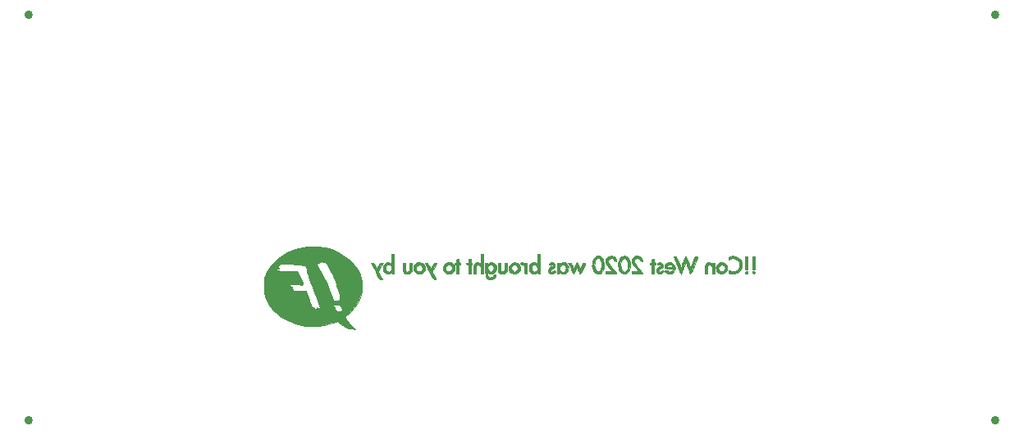
<source format=gbr>
G04 #@! TF.GenerationSoftware,KiCad,Pcbnew,(5.1.5-0-10_14)*
G04 #@! TF.CreationDate,2020-02-09T18:22:42-08:00*
G04 #@! TF.ProjectId,badge-proto,62616467-652d-4707-926f-746f2e6b6963,rev?*
G04 #@! TF.SameCoordinates,Original*
G04 #@! TF.FileFunction,Soldermask,Bot*
G04 #@! TF.FilePolarity,Negative*
%FSLAX46Y46*%
G04 Gerber Fmt 4.6, Leading zero omitted, Abs format (unit mm)*
G04 Created by KiCad (PCBNEW (5.1.5-0-10_14)) date 2020-02-09 18:22:42*
%MOMM*%
%LPD*%
G04 APERTURE LIST*
%ADD10C,0.010000*%
%ADD11C,0.867722*%
G04 APERTURE END LIST*
D10*
G36*
X-20320517Y-22152467D02*
G01*
X-19975275Y-22168986D01*
X-19663755Y-22196186D01*
X-19408403Y-22233638D01*
X-19356991Y-22244323D01*
X-18720535Y-22421419D01*
X-18128577Y-22655193D01*
X-17585625Y-22941598D01*
X-17096186Y-23276585D01*
X-16664769Y-23656103D01*
X-16295881Y-24076105D01*
X-15994030Y-24532541D01*
X-15763724Y-25021362D01*
X-15609470Y-25538519D01*
X-15591588Y-25626566D01*
X-15552296Y-25953793D01*
X-15545994Y-26319270D01*
X-15571159Y-26688590D01*
X-15626268Y-27027345D01*
X-15659313Y-27156833D01*
X-15833949Y-27619794D01*
X-16081271Y-28075715D01*
X-16389883Y-28507604D01*
X-16748394Y-28898466D01*
X-16945868Y-29075772D01*
X-17091561Y-29199082D01*
X-17182381Y-29283385D01*
X-17228607Y-29343744D01*
X-17240521Y-29395218D01*
X-17228402Y-29452872D01*
X-17220236Y-29477741D01*
X-17142087Y-29642275D01*
X-17012525Y-29840173D01*
X-16846380Y-30052070D01*
X-16658482Y-30258601D01*
X-16521950Y-30389610D01*
X-16234833Y-30647714D01*
X-16383000Y-30645072D01*
X-16501368Y-30634954D01*
X-16665356Y-30611111D01*
X-16827500Y-30581062D01*
X-17142749Y-30492060D01*
X-17441255Y-30363653D01*
X-17700763Y-30207287D01*
X-17899021Y-30034407D01*
X-17906429Y-30026101D01*
X-18003850Y-29918710D01*
X-18069135Y-29864737D01*
X-18125389Y-29853442D01*
X-18195719Y-29874081D01*
X-18216111Y-29882134D01*
X-18916360Y-30121554D01*
X-19361394Y-30235584D01*
X-19635936Y-30282055D01*
X-19969183Y-30314821D01*
X-20338605Y-30333722D01*
X-20721672Y-30338599D01*
X-21095853Y-30329292D01*
X-21438620Y-30305642D01*
X-21727440Y-30267489D01*
X-21801666Y-30252872D01*
X-22444813Y-30085018D01*
X-23022518Y-29873251D01*
X-23544610Y-29612428D01*
X-24020918Y-29297402D01*
X-24461271Y-28923030D01*
X-24595666Y-28790396D01*
X-24922670Y-28425163D01*
X-25181998Y-28061093D01*
X-25387454Y-27676338D01*
X-25534071Y-27305000D01*
X-25588733Y-27140256D01*
X-25626701Y-27005308D01*
X-25651061Y-26877654D01*
X-25664898Y-26734794D01*
X-25671301Y-26554226D01*
X-25673353Y-26313448D01*
X-25673428Y-26289000D01*
X-25668707Y-25955943D01*
X-25648886Y-25682136D01*
X-25608632Y-25442727D01*
X-25542611Y-25212866D01*
X-25445489Y-24967699D01*
X-25341809Y-24743833D01*
X-25182033Y-24466831D01*
X-24383882Y-24466831D01*
X-24350138Y-24504705D01*
X-24341666Y-24510352D01*
X-24243038Y-24547874D01*
X-24201585Y-24552685D01*
X-24150021Y-24571395D01*
X-24151166Y-24595667D01*
X-24167086Y-24640317D01*
X-24164248Y-24644956D01*
X-24120033Y-24648011D01*
X-24003339Y-24652738D01*
X-23826329Y-24658738D01*
X-23601166Y-24665609D01*
X-23340012Y-24672954D01*
X-23198666Y-24676706D01*
X-22246166Y-24701500D01*
X-21939250Y-25312797D01*
X-21834932Y-25525458D01*
X-21745819Y-25716448D01*
X-21678467Y-25870959D01*
X-21639435Y-25974186D01*
X-21632333Y-26005789D01*
X-21636740Y-26040191D01*
X-21659389Y-26061755D01*
X-21714427Y-26071795D01*
X-21815997Y-26071629D01*
X-21978246Y-26062571D01*
X-22129750Y-26052054D01*
X-22469463Y-26030399D01*
X-22729128Y-26020159D01*
X-22912679Y-26021995D01*
X-23024049Y-26036567D01*
X-23067171Y-26064535D01*
X-23045978Y-26106561D01*
X-22964403Y-26163304D01*
X-22924607Y-26185531D01*
X-22820513Y-26251985D01*
X-22775741Y-26303325D01*
X-22797489Y-26329737D01*
X-22817666Y-26331333D01*
X-22855224Y-26365621D01*
X-22860000Y-26394833D01*
X-22828777Y-26451017D01*
X-22801683Y-26458333D01*
X-22726172Y-26488154D01*
X-22694770Y-26516889D01*
X-22671263Y-26571230D01*
X-22713436Y-26601257D01*
X-22758385Y-26642639D01*
X-22755094Y-26668499D01*
X-22702416Y-26683749D01*
X-22572225Y-26691743D01*
X-22371375Y-26692329D01*
X-22106722Y-26685356D01*
X-22064260Y-26683740D01*
X-21803241Y-26674797D01*
X-21614619Y-26672060D01*
X-21486311Y-26676089D01*
X-21406238Y-26687442D01*
X-21362318Y-26706678D01*
X-21352176Y-26716692D01*
X-21319968Y-26779382D01*
X-21269027Y-26903342D01*
X-21206916Y-27069357D01*
X-21153993Y-27220333D01*
X-21085071Y-27421248D01*
X-21019187Y-27610635D01*
X-20965237Y-27763056D01*
X-20939325Y-27834167D01*
X-20894861Y-27942312D01*
X-20835449Y-28072840D01*
X-20769117Y-28210097D01*
X-20703890Y-28338425D01*
X-20647798Y-28442170D01*
X-20608865Y-28505675D01*
X-20595120Y-28513285D01*
X-20597466Y-28500917D01*
X-20597533Y-28424330D01*
X-20562264Y-28408448D01*
X-20518504Y-28463778D01*
X-20516358Y-28469167D01*
X-20458803Y-28521983D01*
X-20408494Y-28532667D01*
X-20322558Y-28557005D01*
X-20290748Y-28585583D01*
X-20261813Y-28596203D01*
X-20243206Y-28522955D01*
X-20243105Y-28522083D01*
X-20221200Y-28437520D01*
X-20190994Y-28405667D01*
X-20152994Y-28441555D01*
X-20125717Y-28511500D01*
X-20089427Y-28593899D01*
X-20049183Y-28614367D01*
X-20024031Y-28567053D01*
X-20022320Y-28543250D01*
X-20015712Y-28495797D01*
X-19987352Y-28514979D01*
X-19958820Y-28551341D01*
X-19917386Y-28599300D01*
X-19900200Y-28585043D01*
X-19896695Y-28497771D01*
X-19896690Y-28487841D01*
X-19912686Y-28385331D01*
X-19957357Y-28218723D01*
X-18485794Y-28218723D01*
X-18452024Y-28319569D01*
X-18394935Y-28443755D01*
X-18325987Y-28567487D01*
X-18256640Y-28666972D01*
X-18228333Y-28697512D01*
X-18082114Y-28792109D01*
X-17914930Y-28838251D01*
X-17753677Y-28832940D01*
X-17625250Y-28773182D01*
X-17616858Y-28765636D01*
X-17578274Y-28674883D01*
X-17600546Y-28547451D01*
X-17678300Y-28399405D01*
X-17782260Y-28271183D01*
X-17876843Y-28176055D01*
X-17950646Y-28126384D01*
X-18036617Y-28110062D01*
X-18167700Y-28114982D01*
X-18200838Y-28117349D01*
X-18341016Y-28131684D01*
X-18445140Y-28150097D01*
X-18484788Y-28165010D01*
X-18485794Y-28218723D01*
X-19957357Y-28218723D01*
X-19958117Y-28215892D01*
X-20029175Y-27990464D01*
X-20122051Y-27719986D01*
X-20232939Y-27415398D01*
X-20358031Y-27087638D01*
X-20493520Y-26747648D01*
X-20551505Y-26606500D01*
X-20654632Y-26349181D01*
X-20761287Y-26067945D01*
X-20867130Y-25775824D01*
X-20967825Y-25485854D01*
X-21059032Y-25211067D01*
X-21136415Y-24964497D01*
X-21195636Y-24759179D01*
X-21232356Y-24608146D01*
X-21242600Y-24529996D01*
X-21261326Y-24401844D01*
X-21313246Y-24262320D01*
X-21382549Y-24147582D01*
X-21429009Y-24103677D01*
X-21519347Y-24072321D01*
X-21682163Y-24040963D01*
X-21905276Y-24010888D01*
X-22176506Y-23983382D01*
X-22483675Y-23959730D01*
X-22652562Y-23950282D01*
X-20235333Y-23950282D01*
X-20212446Y-24023527D01*
X-20145335Y-24163174D01*
X-20036321Y-24364901D01*
X-19887727Y-24624387D01*
X-19729120Y-24892000D01*
X-19624723Y-25074075D01*
X-19509739Y-25286957D01*
X-19409052Y-25484573D01*
X-19409007Y-25484667D01*
X-19315482Y-25676409D01*
X-19216745Y-25879054D01*
X-19133529Y-26050048D01*
X-19130555Y-26056167D01*
X-19027058Y-26286451D01*
X-18904843Y-26588690D01*
X-18767659Y-26953205D01*
X-18619255Y-27370319D01*
X-18600276Y-27425169D01*
X-18478500Y-27778172D01*
X-18292675Y-27753253D01*
X-18159056Y-27737669D01*
X-18050753Y-27728981D01*
X-18028091Y-27728333D01*
X-17962311Y-27698172D01*
X-17949333Y-27660304D01*
X-17923304Y-27612237D01*
X-17885833Y-27616642D01*
X-17845061Y-27614998D01*
X-17826377Y-27557992D01*
X-17822959Y-27462421D01*
X-17834722Y-27297715D01*
X-17870573Y-27094931D01*
X-17932916Y-26844582D01*
X-18024156Y-26537181D01*
X-18146700Y-26163238D01*
X-18168723Y-26098500D01*
X-18299703Y-25723899D01*
X-18419465Y-25403951D01*
X-18539361Y-25111704D01*
X-18670742Y-24820206D01*
X-18824960Y-24502508D01*
X-18921877Y-24310276D01*
X-19185626Y-23792051D01*
X-19392153Y-23730720D01*
X-19550094Y-23698312D01*
X-19699638Y-23691908D01*
X-19819430Y-23709623D01*
X-19888113Y-23749576D01*
X-19896666Y-23775205D01*
X-19935671Y-23820194D01*
X-20039368Y-23854924D01*
X-20066000Y-23859743D01*
X-20189442Y-23894795D01*
X-20235180Y-23946666D01*
X-20235333Y-23950282D01*
X-22652562Y-23950282D01*
X-22814603Y-23941217D01*
X-23056351Y-23931927D01*
X-23342501Y-23923773D01*
X-23557856Y-23920020D01*
X-23716212Y-23921438D01*
X-23831362Y-23928794D01*
X-23917102Y-23942856D01*
X-23987225Y-23964393D01*
X-24039509Y-23986669D01*
X-24164221Y-24071478D01*
X-24217070Y-24170073D01*
X-24194132Y-24269317D01*
X-24140583Y-24325070D01*
X-24094816Y-24366445D01*
X-24120561Y-24381080D01*
X-24172333Y-24383302D01*
X-24280881Y-24401157D01*
X-24341666Y-24426981D01*
X-24383882Y-24466831D01*
X-25182033Y-24466831D01*
X-25058100Y-24251970D01*
X-24703985Y-23801705D01*
X-24284685Y-23396577D01*
X-23805425Y-23040127D01*
X-23271428Y-22735891D01*
X-22687917Y-22487410D01*
X-22060115Y-22298222D01*
X-21589849Y-22201749D01*
X-21334150Y-22171269D01*
X-21022399Y-22153180D01*
X-20677040Y-22147056D01*
X-20320517Y-22152467D01*
G37*
X-20320517Y-22152467D02*
X-19975275Y-22168986D01*
X-19663755Y-22196186D01*
X-19408403Y-22233638D01*
X-19356991Y-22244323D01*
X-18720535Y-22421419D01*
X-18128577Y-22655193D01*
X-17585625Y-22941598D01*
X-17096186Y-23276585D01*
X-16664769Y-23656103D01*
X-16295881Y-24076105D01*
X-15994030Y-24532541D01*
X-15763724Y-25021362D01*
X-15609470Y-25538519D01*
X-15591588Y-25626566D01*
X-15552296Y-25953793D01*
X-15545994Y-26319270D01*
X-15571159Y-26688590D01*
X-15626268Y-27027345D01*
X-15659313Y-27156833D01*
X-15833949Y-27619794D01*
X-16081271Y-28075715D01*
X-16389883Y-28507604D01*
X-16748394Y-28898466D01*
X-16945868Y-29075772D01*
X-17091561Y-29199082D01*
X-17182381Y-29283385D01*
X-17228607Y-29343744D01*
X-17240521Y-29395218D01*
X-17228402Y-29452872D01*
X-17220236Y-29477741D01*
X-17142087Y-29642275D01*
X-17012525Y-29840173D01*
X-16846380Y-30052070D01*
X-16658482Y-30258601D01*
X-16521950Y-30389610D01*
X-16234833Y-30647714D01*
X-16383000Y-30645072D01*
X-16501368Y-30634954D01*
X-16665356Y-30611111D01*
X-16827500Y-30581062D01*
X-17142749Y-30492060D01*
X-17441255Y-30363653D01*
X-17700763Y-30207287D01*
X-17899021Y-30034407D01*
X-17906429Y-30026101D01*
X-18003850Y-29918710D01*
X-18069135Y-29864737D01*
X-18125389Y-29853442D01*
X-18195719Y-29874081D01*
X-18216111Y-29882134D01*
X-18916360Y-30121554D01*
X-19361394Y-30235584D01*
X-19635936Y-30282055D01*
X-19969183Y-30314821D01*
X-20338605Y-30333722D01*
X-20721672Y-30338599D01*
X-21095853Y-30329292D01*
X-21438620Y-30305642D01*
X-21727440Y-30267489D01*
X-21801666Y-30252872D01*
X-22444813Y-30085018D01*
X-23022518Y-29873251D01*
X-23544610Y-29612428D01*
X-24020918Y-29297402D01*
X-24461271Y-28923030D01*
X-24595666Y-28790396D01*
X-24922670Y-28425163D01*
X-25181998Y-28061093D01*
X-25387454Y-27676338D01*
X-25534071Y-27305000D01*
X-25588733Y-27140256D01*
X-25626701Y-27005308D01*
X-25651061Y-26877654D01*
X-25664898Y-26734794D01*
X-25671301Y-26554226D01*
X-25673353Y-26313448D01*
X-25673428Y-26289000D01*
X-25668707Y-25955943D01*
X-25648886Y-25682136D01*
X-25608632Y-25442727D01*
X-25542611Y-25212866D01*
X-25445489Y-24967699D01*
X-25341809Y-24743833D01*
X-25182033Y-24466831D01*
X-24383882Y-24466831D01*
X-24350138Y-24504705D01*
X-24341666Y-24510352D01*
X-24243038Y-24547874D01*
X-24201585Y-24552685D01*
X-24150021Y-24571395D01*
X-24151166Y-24595667D01*
X-24167086Y-24640317D01*
X-24164248Y-24644956D01*
X-24120033Y-24648011D01*
X-24003339Y-24652738D01*
X-23826329Y-24658738D01*
X-23601166Y-24665609D01*
X-23340012Y-24672954D01*
X-23198666Y-24676706D01*
X-22246166Y-24701500D01*
X-21939250Y-25312797D01*
X-21834932Y-25525458D01*
X-21745819Y-25716448D01*
X-21678467Y-25870959D01*
X-21639435Y-25974186D01*
X-21632333Y-26005789D01*
X-21636740Y-26040191D01*
X-21659389Y-26061755D01*
X-21714427Y-26071795D01*
X-21815997Y-26071629D01*
X-21978246Y-26062571D01*
X-22129750Y-26052054D01*
X-22469463Y-26030399D01*
X-22729128Y-26020159D01*
X-22912679Y-26021995D01*
X-23024049Y-26036567D01*
X-23067171Y-26064535D01*
X-23045978Y-26106561D01*
X-22964403Y-26163304D01*
X-22924607Y-26185531D01*
X-22820513Y-26251985D01*
X-22775741Y-26303325D01*
X-22797489Y-26329737D01*
X-22817666Y-26331333D01*
X-22855224Y-26365621D01*
X-22860000Y-26394833D01*
X-22828777Y-26451017D01*
X-22801683Y-26458333D01*
X-22726172Y-26488154D01*
X-22694770Y-26516889D01*
X-22671263Y-26571230D01*
X-22713436Y-26601257D01*
X-22758385Y-26642639D01*
X-22755094Y-26668499D01*
X-22702416Y-26683749D01*
X-22572225Y-26691743D01*
X-22371375Y-26692329D01*
X-22106722Y-26685356D01*
X-22064260Y-26683740D01*
X-21803241Y-26674797D01*
X-21614619Y-26672060D01*
X-21486311Y-26676089D01*
X-21406238Y-26687442D01*
X-21362318Y-26706678D01*
X-21352176Y-26716692D01*
X-21319968Y-26779382D01*
X-21269027Y-26903342D01*
X-21206916Y-27069357D01*
X-21153993Y-27220333D01*
X-21085071Y-27421248D01*
X-21019187Y-27610635D01*
X-20965237Y-27763056D01*
X-20939325Y-27834167D01*
X-20894861Y-27942312D01*
X-20835449Y-28072840D01*
X-20769117Y-28210097D01*
X-20703890Y-28338425D01*
X-20647798Y-28442170D01*
X-20608865Y-28505675D01*
X-20595120Y-28513285D01*
X-20597466Y-28500917D01*
X-20597533Y-28424330D01*
X-20562264Y-28408448D01*
X-20518504Y-28463778D01*
X-20516358Y-28469167D01*
X-20458803Y-28521983D01*
X-20408494Y-28532667D01*
X-20322558Y-28557005D01*
X-20290748Y-28585583D01*
X-20261813Y-28596203D01*
X-20243206Y-28522955D01*
X-20243105Y-28522083D01*
X-20221200Y-28437520D01*
X-20190994Y-28405667D01*
X-20152994Y-28441555D01*
X-20125717Y-28511500D01*
X-20089427Y-28593899D01*
X-20049183Y-28614367D01*
X-20024031Y-28567053D01*
X-20022320Y-28543250D01*
X-20015712Y-28495797D01*
X-19987352Y-28514979D01*
X-19958820Y-28551341D01*
X-19917386Y-28599300D01*
X-19900200Y-28585043D01*
X-19896695Y-28497771D01*
X-19896690Y-28487841D01*
X-19912686Y-28385331D01*
X-19957357Y-28218723D01*
X-18485794Y-28218723D01*
X-18452024Y-28319569D01*
X-18394935Y-28443755D01*
X-18325987Y-28567487D01*
X-18256640Y-28666972D01*
X-18228333Y-28697512D01*
X-18082114Y-28792109D01*
X-17914930Y-28838251D01*
X-17753677Y-28832940D01*
X-17625250Y-28773182D01*
X-17616858Y-28765636D01*
X-17578274Y-28674883D01*
X-17600546Y-28547451D01*
X-17678300Y-28399405D01*
X-17782260Y-28271183D01*
X-17876843Y-28176055D01*
X-17950646Y-28126384D01*
X-18036617Y-28110062D01*
X-18167700Y-28114982D01*
X-18200838Y-28117349D01*
X-18341016Y-28131684D01*
X-18445140Y-28150097D01*
X-18484788Y-28165010D01*
X-18485794Y-28218723D01*
X-19957357Y-28218723D01*
X-19958117Y-28215892D01*
X-20029175Y-27990464D01*
X-20122051Y-27719986D01*
X-20232939Y-27415398D01*
X-20358031Y-27087638D01*
X-20493520Y-26747648D01*
X-20551505Y-26606500D01*
X-20654632Y-26349181D01*
X-20761287Y-26067945D01*
X-20867130Y-25775824D01*
X-20967825Y-25485854D01*
X-21059032Y-25211067D01*
X-21136415Y-24964497D01*
X-21195636Y-24759179D01*
X-21232356Y-24608146D01*
X-21242600Y-24529996D01*
X-21261326Y-24401844D01*
X-21313246Y-24262320D01*
X-21382549Y-24147582D01*
X-21429009Y-24103677D01*
X-21519347Y-24072321D01*
X-21682163Y-24040963D01*
X-21905276Y-24010888D01*
X-22176506Y-23983382D01*
X-22483675Y-23959730D01*
X-22652562Y-23950282D01*
X-20235333Y-23950282D01*
X-20212446Y-24023527D01*
X-20145335Y-24163174D01*
X-20036321Y-24364901D01*
X-19887727Y-24624387D01*
X-19729120Y-24892000D01*
X-19624723Y-25074075D01*
X-19509739Y-25286957D01*
X-19409052Y-25484573D01*
X-19409007Y-25484667D01*
X-19315482Y-25676409D01*
X-19216745Y-25879054D01*
X-19133529Y-26050048D01*
X-19130555Y-26056167D01*
X-19027058Y-26286451D01*
X-18904843Y-26588690D01*
X-18767659Y-26953205D01*
X-18619255Y-27370319D01*
X-18600276Y-27425169D01*
X-18478500Y-27778172D01*
X-18292675Y-27753253D01*
X-18159056Y-27737669D01*
X-18050753Y-27728981D01*
X-18028091Y-27728333D01*
X-17962311Y-27698172D01*
X-17949333Y-27660304D01*
X-17923304Y-27612237D01*
X-17885833Y-27616642D01*
X-17845061Y-27614998D01*
X-17826377Y-27557992D01*
X-17822959Y-27462421D01*
X-17834722Y-27297715D01*
X-17870573Y-27094931D01*
X-17932916Y-26844582D01*
X-18024156Y-26537181D01*
X-18146700Y-26163238D01*
X-18168723Y-26098500D01*
X-18299703Y-25723899D01*
X-18419465Y-25403951D01*
X-18539361Y-25111704D01*
X-18670742Y-24820206D01*
X-18824960Y-24502508D01*
X-18921877Y-24310276D01*
X-19185626Y-23792051D01*
X-19392153Y-23730720D01*
X-19550094Y-23698312D01*
X-19699638Y-23691908D01*
X-19819430Y-23709623D01*
X-19888113Y-23749576D01*
X-19896666Y-23775205D01*
X-19935671Y-23820194D01*
X-20039368Y-23854924D01*
X-20066000Y-23859743D01*
X-20189442Y-23894795D01*
X-20235180Y-23946666D01*
X-20235333Y-23950282D01*
X-22652562Y-23950282D01*
X-22814603Y-23941217D01*
X-23056351Y-23931927D01*
X-23342501Y-23923773D01*
X-23557856Y-23920020D01*
X-23716212Y-23921438D01*
X-23831362Y-23928794D01*
X-23917102Y-23942856D01*
X-23987225Y-23964393D01*
X-24039509Y-23986669D01*
X-24164221Y-24071478D01*
X-24217070Y-24170073D01*
X-24194132Y-24269317D01*
X-24140583Y-24325070D01*
X-24094816Y-24366445D01*
X-24120561Y-24381080D01*
X-24172333Y-24383302D01*
X-24280881Y-24401157D01*
X-24341666Y-24426981D01*
X-24383882Y-24466831D01*
X-25182033Y-24466831D01*
X-25058100Y-24251970D01*
X-24703985Y-23801705D01*
X-24284685Y-23396577D01*
X-23805425Y-23040127D01*
X-23271428Y-22735891D01*
X-22687917Y-22487410D01*
X-22060115Y-22298222D01*
X-21589849Y-22201749D01*
X-21334150Y-22171269D01*
X-21022399Y-22153180D01*
X-20677040Y-22147056D01*
X-20320517Y-22152467D01*
G36*
X-13571007Y-24161750D02*
G01*
X-13662926Y-24329470D01*
X-13745360Y-24476173D01*
X-13806471Y-24580969D01*
X-13827192Y-24613894D01*
X-13847987Y-24659211D01*
X-13846190Y-24716642D01*
X-13816572Y-24802098D01*
X-13753904Y-24931491D01*
X-13672423Y-25084800D01*
X-13585385Y-25248165D01*
X-13515889Y-25383152D01*
X-13472420Y-25472995D01*
X-13462000Y-25500489D01*
X-13499055Y-25518378D01*
X-13589297Y-25526362D01*
X-13599583Y-25526390D01*
X-13645373Y-25524217D01*
X-13685370Y-25511953D01*
X-13725835Y-25480303D01*
X-13773033Y-25419973D01*
X-13833225Y-25321671D01*
X-13912674Y-25176102D01*
X-14017642Y-24973972D01*
X-14154394Y-24705987D01*
X-14160500Y-24693990D01*
X-14284501Y-24450009D01*
X-14395447Y-24231076D01*
X-14487602Y-24048559D01*
X-14555233Y-23913829D01*
X-14592603Y-23838254D01*
X-14597944Y-23826766D01*
X-14570953Y-23803173D01*
X-14486304Y-23791579D01*
X-14469644Y-23791333D01*
X-14398516Y-23795919D01*
X-14344610Y-23819706D01*
X-14293950Y-23877740D01*
X-14232557Y-23985066D01*
X-14164953Y-24119294D01*
X-14002674Y-24447255D01*
X-13837658Y-24119294D01*
X-13756348Y-23961227D01*
X-13697678Y-23864344D01*
X-13647243Y-23813700D01*
X-13590637Y-23794348D01*
X-13521559Y-23791333D01*
X-13370477Y-23791333D01*
X-13571007Y-24161750D01*
G37*
X-13571007Y-24161750D02*
X-13662926Y-24329470D01*
X-13745360Y-24476173D01*
X-13806471Y-24580969D01*
X-13827192Y-24613894D01*
X-13847987Y-24659211D01*
X-13846190Y-24716642D01*
X-13816572Y-24802098D01*
X-13753904Y-24931491D01*
X-13672423Y-25084800D01*
X-13585385Y-25248165D01*
X-13515889Y-25383152D01*
X-13472420Y-25472995D01*
X-13462000Y-25500489D01*
X-13499055Y-25518378D01*
X-13589297Y-25526362D01*
X-13599583Y-25526390D01*
X-13645373Y-25524217D01*
X-13685370Y-25511953D01*
X-13725835Y-25480303D01*
X-13773033Y-25419973D01*
X-13833225Y-25321671D01*
X-13912674Y-25176102D01*
X-14017642Y-24973972D01*
X-14154394Y-24705987D01*
X-14160500Y-24693990D01*
X-14284501Y-24450009D01*
X-14395447Y-24231076D01*
X-14487602Y-24048559D01*
X-14555233Y-23913829D01*
X-14592603Y-23838254D01*
X-14597944Y-23826766D01*
X-14570953Y-23803173D01*
X-14486304Y-23791579D01*
X-14469644Y-23791333D01*
X-14398516Y-23795919D01*
X-14344610Y-23819706D01*
X-14293950Y-23877740D01*
X-14232557Y-23985066D01*
X-14164953Y-24119294D01*
X-14002674Y-24447255D01*
X-13837658Y-24119294D01*
X-13756348Y-23961227D01*
X-13697678Y-23864344D01*
X-13647243Y-23813700D01*
X-13590637Y-23794348D01*
X-13521559Y-23791333D01*
X-13370477Y-23791333D01*
X-13571007Y-24161750D01*
G36*
X-8044878Y-24204083D02*
G01*
X-8137315Y-24374721D01*
X-8217525Y-24518408D01*
X-8275852Y-24618111D01*
X-8300529Y-24655047D01*
X-8296196Y-24705805D01*
X-8256861Y-24812896D01*
X-8189541Y-24959149D01*
X-8125997Y-25082186D01*
X-8039195Y-25245727D01*
X-7969913Y-25381057D01*
X-7926634Y-25471314D01*
X-7916333Y-25499056D01*
X-7953094Y-25518897D01*
X-8039880Y-25527000D01*
X-8142782Y-25504776D01*
X-8223756Y-25424873D01*
X-8246587Y-25389417D01*
X-8284374Y-25321149D01*
X-8352588Y-25192551D01*
X-8443407Y-25018826D01*
X-8549012Y-24815179D01*
X-8661581Y-24596813D01*
X-8773294Y-24378933D01*
X-8876329Y-24176743D01*
X-8962866Y-24005448D01*
X-9025085Y-23880251D01*
X-9052278Y-23823091D01*
X-9025278Y-23801943D01*
X-8940607Y-23791553D01*
X-8923977Y-23791333D01*
X-8852684Y-23795948D01*
X-8798700Y-23819850D01*
X-8747973Y-23878127D01*
X-8686453Y-23985866D01*
X-8620148Y-24117552D01*
X-8458731Y-24443771D01*
X-8288461Y-24117552D01*
X-8204367Y-23960209D01*
X-8143664Y-23863765D01*
X-8091916Y-23813375D01*
X-8034688Y-23794192D01*
X-7971276Y-23791333D01*
X-7824359Y-23791333D01*
X-8044878Y-24204083D01*
G37*
X-8044878Y-24204083D02*
X-8137315Y-24374721D01*
X-8217525Y-24518408D01*
X-8275852Y-24618111D01*
X-8300529Y-24655047D01*
X-8296196Y-24705805D01*
X-8256861Y-24812896D01*
X-8189541Y-24959149D01*
X-8125997Y-25082186D01*
X-8039195Y-25245727D01*
X-7969913Y-25381057D01*
X-7926634Y-25471314D01*
X-7916333Y-25499056D01*
X-7953094Y-25518897D01*
X-8039880Y-25527000D01*
X-8142782Y-25504776D01*
X-8223756Y-25424873D01*
X-8246587Y-25389417D01*
X-8284374Y-25321149D01*
X-8352588Y-25192551D01*
X-8443407Y-25018826D01*
X-8549012Y-24815179D01*
X-8661581Y-24596813D01*
X-8773294Y-24378933D01*
X-8876329Y-24176743D01*
X-8962866Y-24005448D01*
X-9025085Y-23880251D01*
X-9052278Y-23823091D01*
X-9025278Y-23801943D01*
X-8940607Y-23791553D01*
X-8923977Y-23791333D01*
X-8852684Y-23795948D01*
X-8798700Y-23819850D01*
X-8747973Y-23878127D01*
X-8686453Y-23985866D01*
X-8620148Y-24117552D01*
X-8458731Y-24443771D01*
X-8288461Y-24117552D01*
X-8204367Y-23960209D01*
X-8143664Y-23863765D01*
X-8091916Y-23813375D01*
X-8034688Y-23794192D01*
X-7971276Y-23791333D01*
X-7824359Y-23791333D01*
X-8044878Y-24204083D01*
G36*
X-1972288Y-23822969D02*
G01*
X-1826504Y-23945763D01*
X-1776286Y-24015638D01*
X-1709156Y-24191368D01*
X-1696363Y-24387980D01*
X-1733035Y-24581566D01*
X-1814300Y-24748216D01*
X-1935285Y-24864023D01*
X-1950939Y-24872698D01*
X-2108605Y-24922237D01*
X-2283400Y-24929781D01*
X-2437803Y-24895628D01*
X-2488247Y-24868433D01*
X-2554051Y-24828369D01*
X-2578678Y-24847442D01*
X-2582333Y-24929941D01*
X-2564992Y-25064594D01*
X-2532742Y-25166190D01*
X-2447042Y-25267090D01*
X-2325477Y-25311896D01*
X-2194572Y-25301747D01*
X-2080856Y-25237782D01*
X-2018320Y-25144089D01*
X-1963648Y-25051068D01*
X-1878836Y-25019846D01*
X-1853385Y-25019000D01*
X-1758618Y-25039636D01*
X-1735666Y-25084602D01*
X-1768942Y-25213092D01*
X-1852926Y-25346279D01*
X-1963852Y-25448586D01*
X-1988281Y-25462783D01*
X-2139209Y-25509787D01*
X-2319206Y-25523209D01*
X-2488107Y-25502490D01*
X-2572115Y-25470898D01*
X-2655406Y-25417927D01*
X-2717556Y-25355959D01*
X-2761984Y-25272133D01*
X-2792106Y-25153585D01*
X-2811342Y-24987454D01*
X-2823109Y-24760877D01*
X-2830018Y-24500417D01*
X-2833081Y-24354174D01*
X-2580987Y-24354174D01*
X-2548882Y-24510175D01*
X-2462111Y-24636330D01*
X-2339100Y-24711160D01*
X-2264833Y-24722667D01*
X-2159279Y-24693317D01*
X-2054883Y-24622333D01*
X-2051242Y-24618757D01*
X-1972012Y-24486249D01*
X-1944884Y-24321150D01*
X-1974762Y-24161161D01*
X-1988049Y-24133023D01*
X-2079160Y-24039176D01*
X-2208926Y-23988026D01*
X-2340542Y-23991545D01*
X-2377409Y-24006370D01*
X-2506532Y-24104007D01*
X-2569232Y-24234791D01*
X-2580987Y-24354174D01*
X-2833081Y-24354174D01*
X-2844870Y-23791333D01*
X-2713602Y-23791333D01*
X-2612919Y-23807729D01*
X-2582333Y-23857906D01*
X-2571477Y-23894612D01*
X-2527531Y-23878689D01*
X-2470791Y-23836739D01*
X-2314832Y-23763202D01*
X-2141865Y-23760364D01*
X-1972288Y-23822969D01*
G37*
X-1972288Y-23822969D02*
X-1826504Y-23945763D01*
X-1776286Y-24015638D01*
X-1709156Y-24191368D01*
X-1696363Y-24387980D01*
X-1733035Y-24581566D01*
X-1814300Y-24748216D01*
X-1935285Y-24864023D01*
X-1950939Y-24872698D01*
X-2108605Y-24922237D01*
X-2283400Y-24929781D01*
X-2437803Y-24895628D01*
X-2488247Y-24868433D01*
X-2554051Y-24828369D01*
X-2578678Y-24847442D01*
X-2582333Y-24929941D01*
X-2564992Y-25064594D01*
X-2532742Y-25166190D01*
X-2447042Y-25267090D01*
X-2325477Y-25311896D01*
X-2194572Y-25301747D01*
X-2080856Y-25237782D01*
X-2018320Y-25144089D01*
X-1963648Y-25051068D01*
X-1878836Y-25019846D01*
X-1853385Y-25019000D01*
X-1758618Y-25039636D01*
X-1735666Y-25084602D01*
X-1768942Y-25213092D01*
X-1852926Y-25346279D01*
X-1963852Y-25448586D01*
X-1988281Y-25462783D01*
X-2139209Y-25509787D01*
X-2319206Y-25523209D01*
X-2488107Y-25502490D01*
X-2572115Y-25470898D01*
X-2655406Y-25417927D01*
X-2717556Y-25355959D01*
X-2761984Y-25272133D01*
X-2792106Y-25153585D01*
X-2811342Y-24987454D01*
X-2823109Y-24760877D01*
X-2830018Y-24500417D01*
X-2833081Y-24354174D01*
X-2580987Y-24354174D01*
X-2548882Y-24510175D01*
X-2462111Y-24636330D01*
X-2339100Y-24711160D01*
X-2264833Y-24722667D01*
X-2159279Y-24693317D01*
X-2054883Y-24622333D01*
X-2051242Y-24618757D01*
X-1972012Y-24486249D01*
X-1944884Y-24321150D01*
X-1974762Y-24161161D01*
X-1988049Y-24133023D01*
X-2079160Y-24039176D01*
X-2208926Y-23988026D01*
X-2340542Y-23991545D01*
X-2377409Y-24006370D01*
X-2506532Y-24104007D01*
X-2569232Y-24234791D01*
X-2580987Y-24354174D01*
X-2833081Y-24354174D01*
X-2844870Y-23791333D01*
X-2713602Y-23791333D01*
X-2612919Y-23807729D01*
X-2582333Y-23857906D01*
X-2571477Y-23894612D01*
X-2527531Y-23878689D01*
X-2470791Y-23836739D01*
X-2314832Y-23763202D01*
X-2141865Y-23760364D01*
X-1972288Y-23822969D01*
G36*
X17105990Y-23703584D02*
G01*
X17186500Y-23908112D01*
X17257828Y-24079726D01*
X17314145Y-24205131D01*
X17349622Y-24271031D01*
X17357652Y-24277558D01*
X17380680Y-24234510D01*
X17427383Y-24126243D01*
X17491958Y-23966907D01*
X17568601Y-23770653D01*
X17609823Y-23662609D01*
X17696389Y-23431439D01*
X17760918Y-23268667D01*
X17811544Y-23175671D01*
X17856402Y-23153830D01*
X17903627Y-23204523D01*
X17961353Y-23329129D01*
X18037715Y-23529025D01*
X18119534Y-23749000D01*
X18192122Y-23939117D01*
X18256011Y-24100276D01*
X18304440Y-24215838D01*
X18330650Y-24269164D01*
X18331088Y-24269706D01*
X18355309Y-24244465D01*
X18403002Y-24152512D01*
X18468326Y-24006563D01*
X18545441Y-23819336D01*
X18588573Y-23709075D01*
X18817167Y-23114570D01*
X18954750Y-23114285D01*
X19048457Y-23119767D01*
X19091954Y-23133498D01*
X19092334Y-23135065D01*
X19076977Y-23191731D01*
X19034566Y-23308973D01*
X18970588Y-23473734D01*
X18890533Y-23672960D01*
X18799889Y-23893596D01*
X18704144Y-24122586D01*
X18608787Y-24346877D01*
X18519306Y-24553412D01*
X18441189Y-24729138D01*
X18379926Y-24860998D01*
X18341004Y-24935939D01*
X18330213Y-24947870D01*
X18304636Y-24897843D01*
X18255358Y-24783479D01*
X18188530Y-24619673D01*
X18110299Y-24421319D01*
X18073787Y-24326773D01*
X17848789Y-23740379D01*
X17623895Y-24319600D01*
X17544347Y-24527008D01*
X17477158Y-24707011D01*
X17427790Y-24844601D01*
X17401702Y-24924771D01*
X17399000Y-24937744D01*
X17388374Y-24983354D01*
X17355786Y-24957864D01*
X17300175Y-24859241D01*
X17220478Y-24685453D01*
X17115633Y-24434466D01*
X17048767Y-24267583D01*
X16951102Y-24020834D01*
X16857791Y-23784531D01*
X16775990Y-23576837D01*
X16712855Y-23415913D01*
X16681830Y-23336250D01*
X16595902Y-23114000D01*
X16879587Y-23114000D01*
X17105990Y-23703584D01*
G37*
X17105990Y-23703584D02*
X17186500Y-23908112D01*
X17257828Y-24079726D01*
X17314145Y-24205131D01*
X17349622Y-24271031D01*
X17357652Y-24277558D01*
X17380680Y-24234510D01*
X17427383Y-24126243D01*
X17491958Y-23966907D01*
X17568601Y-23770653D01*
X17609823Y-23662609D01*
X17696389Y-23431439D01*
X17760918Y-23268667D01*
X17811544Y-23175671D01*
X17856402Y-23153830D01*
X17903627Y-23204523D01*
X17961353Y-23329129D01*
X18037715Y-23529025D01*
X18119534Y-23749000D01*
X18192122Y-23939117D01*
X18256011Y-24100276D01*
X18304440Y-24215838D01*
X18330650Y-24269164D01*
X18331088Y-24269706D01*
X18355309Y-24244465D01*
X18403002Y-24152512D01*
X18468326Y-24006563D01*
X18545441Y-23819336D01*
X18588573Y-23709075D01*
X18817167Y-23114570D01*
X18954750Y-23114285D01*
X19048457Y-23119767D01*
X19091954Y-23133498D01*
X19092334Y-23135065D01*
X19076977Y-23191731D01*
X19034566Y-23308973D01*
X18970588Y-23473734D01*
X18890533Y-23672960D01*
X18799889Y-23893596D01*
X18704144Y-24122586D01*
X18608787Y-24346877D01*
X18519306Y-24553412D01*
X18441189Y-24729138D01*
X18379926Y-24860998D01*
X18341004Y-24935939D01*
X18330213Y-24947870D01*
X18304636Y-24897843D01*
X18255358Y-24783479D01*
X18188530Y-24619673D01*
X18110299Y-24421319D01*
X18073787Y-24326773D01*
X17848789Y-23740379D01*
X17623895Y-24319600D01*
X17544347Y-24527008D01*
X17477158Y-24707011D01*
X17427790Y-24844601D01*
X17401702Y-24924771D01*
X17399000Y-24937744D01*
X17388374Y-24983354D01*
X17355786Y-24957864D01*
X17300175Y-24859241D01*
X17220478Y-24685453D01*
X17115633Y-24434466D01*
X17048767Y-24267583D01*
X16951102Y-24020834D01*
X16857791Y-23784531D01*
X16775990Y-23576837D01*
X16712855Y-23415913D01*
X16681830Y-23336250D01*
X16595902Y-23114000D01*
X16879587Y-23114000D01*
X17105990Y-23703584D01*
G36*
X-12244164Y-23886583D02*
G01*
X-12255500Y-24913167D01*
X-12371916Y-24926562D01*
X-12460895Y-24921759D01*
X-12488304Y-24873850D01*
X-12488333Y-24871245D01*
X-12495742Y-24826831D01*
X-12533014Y-24835602D01*
X-12582419Y-24868433D01*
X-12710967Y-24917704D01*
X-12877464Y-24929738D01*
X-13043746Y-24904377D01*
X-13128351Y-24870702D01*
X-13247499Y-24761896D01*
X-13333278Y-24594683D01*
X-13375000Y-24392228D01*
X-13376151Y-24361974D01*
X-13123333Y-24361974D01*
X-13089438Y-24513171D01*
X-13001062Y-24637187D01*
X-12878172Y-24711339D01*
X-12805833Y-24722667D01*
X-12700279Y-24693317D01*
X-12595883Y-24622333D01*
X-12592242Y-24618757D01*
X-12507071Y-24487796D01*
X-12483194Y-24343974D01*
X-12511560Y-24204382D01*
X-12583121Y-24086110D01*
X-12688824Y-24006248D01*
X-12819622Y-23981885D01*
X-12917125Y-24005261D01*
X-13040898Y-24083890D01*
X-13105993Y-24202402D01*
X-13123333Y-24361974D01*
X-13376151Y-24361974D01*
X-13377333Y-24330946D01*
X-13344790Y-24132517D01*
X-13256974Y-23965858D01*
X-13128609Y-23840328D01*
X-12974418Y-23765285D01*
X-12809123Y-23750089D01*
X-12647446Y-23804098D01*
X-12599876Y-23836739D01*
X-12488333Y-23924478D01*
X-12488333Y-22860000D01*
X-12232828Y-22860000D01*
X-12244164Y-23886583D01*
G37*
X-12244164Y-23886583D02*
X-12255500Y-24913167D01*
X-12371916Y-24926562D01*
X-12460895Y-24921759D01*
X-12488304Y-24873850D01*
X-12488333Y-24871245D01*
X-12495742Y-24826831D01*
X-12533014Y-24835602D01*
X-12582419Y-24868433D01*
X-12710967Y-24917704D01*
X-12877464Y-24929738D01*
X-13043746Y-24904377D01*
X-13128351Y-24870702D01*
X-13247499Y-24761896D01*
X-13333278Y-24594683D01*
X-13375000Y-24392228D01*
X-13376151Y-24361974D01*
X-13123333Y-24361974D01*
X-13089438Y-24513171D01*
X-13001062Y-24637187D01*
X-12878172Y-24711339D01*
X-12805833Y-24722667D01*
X-12700279Y-24693317D01*
X-12595883Y-24622333D01*
X-12592242Y-24618757D01*
X-12507071Y-24487796D01*
X-12483194Y-24343974D01*
X-12511560Y-24204382D01*
X-12583121Y-24086110D01*
X-12688824Y-24006248D01*
X-12819622Y-23981885D01*
X-12917125Y-24005261D01*
X-13040898Y-24083890D01*
X-13105993Y-24202402D01*
X-13123333Y-24361974D01*
X-13376151Y-24361974D01*
X-13377333Y-24330946D01*
X-13344790Y-24132517D01*
X-13256974Y-23965858D01*
X-13128609Y-23840328D01*
X-12974418Y-23765285D01*
X-12809123Y-23750089D01*
X-12647446Y-23804098D01*
X-12599876Y-23836739D01*
X-12488333Y-23924478D01*
X-12488333Y-22860000D01*
X-12232828Y-22860000D01*
X-12244164Y-23886583D01*
G36*
X-11091333Y-24186939D02*
G01*
X-11088648Y-24381645D01*
X-11078548Y-24510258D01*
X-11057962Y-24591237D01*
X-11023823Y-24643043D01*
X-11013916Y-24652605D01*
X-10898731Y-24716269D01*
X-10784587Y-24695660D01*
X-10710333Y-24638000D01*
X-10668770Y-24584356D01*
X-10643265Y-24511648D01*
X-10630166Y-24399772D01*
X-10625815Y-24228626D01*
X-10625666Y-24172333D01*
X-10625666Y-23791333D01*
X-10371666Y-23791333D01*
X-10371666Y-24124708D01*
X-10376636Y-24369129D01*
X-10394209Y-24546986D01*
X-10428382Y-24675946D01*
X-10483152Y-24773671D01*
X-10530777Y-24827899D01*
X-10617413Y-24895749D01*
X-10720815Y-24926876D01*
X-10853689Y-24933046D01*
X-10995290Y-24923647D01*
X-11111015Y-24901213D01*
X-11148216Y-24886389D01*
X-11242149Y-24788801D01*
X-11305391Y-24621042D01*
X-11338952Y-24379470D01*
X-11345333Y-24173693D01*
X-11345333Y-23791333D01*
X-11091333Y-23791333D01*
X-11091333Y-24186939D01*
G37*
X-11091333Y-24186939D02*
X-11088648Y-24381645D01*
X-11078548Y-24510258D01*
X-11057962Y-24591237D01*
X-11023823Y-24643043D01*
X-11013916Y-24652605D01*
X-10898731Y-24716269D01*
X-10784587Y-24695660D01*
X-10710333Y-24638000D01*
X-10668770Y-24584356D01*
X-10643265Y-24511648D01*
X-10630166Y-24399772D01*
X-10625815Y-24228626D01*
X-10625666Y-24172333D01*
X-10625666Y-23791333D01*
X-10371666Y-23791333D01*
X-10371666Y-24124708D01*
X-10376636Y-24369129D01*
X-10394209Y-24546986D01*
X-10428382Y-24675946D01*
X-10483152Y-24773671D01*
X-10530777Y-24827899D01*
X-10617413Y-24895749D01*
X-10720815Y-24926876D01*
X-10853689Y-24933046D01*
X-10995290Y-24923647D01*
X-11111015Y-24901213D01*
X-11148216Y-24886389D01*
X-11242149Y-24788801D01*
X-11305391Y-24621042D01*
X-11338952Y-24379470D01*
X-11345333Y-24173693D01*
X-11345333Y-23791333D01*
X-11091333Y-23791333D01*
X-11091333Y-24186939D01*
G36*
X-9408387Y-23798510D02*
G01*
X-9242177Y-23896135D01*
X-9120186Y-24050452D01*
X-9068514Y-24211728D01*
X-9055311Y-24396776D01*
X-9080493Y-24568945D01*
X-9121606Y-24663234D01*
X-9264284Y-24809359D01*
X-9451479Y-24901270D01*
X-9659038Y-24933760D01*
X-9862809Y-24901624D01*
X-9976008Y-24847376D01*
X-10121538Y-24707594D01*
X-10209040Y-24525332D01*
X-10225927Y-24390761D01*
X-9981385Y-24390761D01*
X-9940958Y-24526198D01*
X-9842987Y-24637349D01*
X-9763887Y-24680690D01*
X-9670411Y-24713251D01*
X-9600955Y-24711480D01*
X-9506304Y-24673755D01*
X-9502650Y-24672091D01*
X-9376476Y-24577006D01*
X-9311001Y-24449004D01*
X-9302104Y-24308140D01*
X-9345664Y-24174468D01*
X-9437560Y-24068041D01*
X-9573671Y-24008915D01*
X-9640137Y-24003000D01*
X-9793646Y-24037156D01*
X-9904106Y-24126397D01*
X-9967894Y-24250879D01*
X-9981385Y-24390761D01*
X-10225927Y-24390761D01*
X-10234379Y-24323411D01*
X-10193422Y-24124652D01*
X-10128341Y-24006665D01*
X-9978007Y-23863181D01*
X-9795263Y-23781210D01*
X-9599069Y-23759928D01*
X-9408387Y-23798510D01*
G37*
X-9408387Y-23798510D02*
X-9242177Y-23896135D01*
X-9120186Y-24050452D01*
X-9068514Y-24211728D01*
X-9055311Y-24396776D01*
X-9080493Y-24568945D01*
X-9121606Y-24663234D01*
X-9264284Y-24809359D01*
X-9451479Y-24901270D01*
X-9659038Y-24933760D01*
X-9862809Y-24901624D01*
X-9976008Y-24847376D01*
X-10121538Y-24707594D01*
X-10209040Y-24525332D01*
X-10225927Y-24390761D01*
X-9981385Y-24390761D01*
X-9940958Y-24526198D01*
X-9842987Y-24637349D01*
X-9763887Y-24680690D01*
X-9670411Y-24713251D01*
X-9600955Y-24711480D01*
X-9506304Y-24673755D01*
X-9502650Y-24672091D01*
X-9376476Y-24577006D01*
X-9311001Y-24449004D01*
X-9302104Y-24308140D01*
X-9345664Y-24174468D01*
X-9437560Y-24068041D01*
X-9573671Y-24008915D01*
X-9640137Y-24003000D01*
X-9793646Y-24037156D01*
X-9904106Y-24126397D01*
X-9967894Y-24250879D01*
X-9981385Y-24390761D01*
X-10225927Y-24390761D01*
X-10234379Y-24323411D01*
X-10193422Y-24124652D01*
X-10128341Y-24006665D01*
X-9978007Y-23863181D01*
X-9795263Y-23781210D01*
X-9599069Y-23759928D01*
X-9408387Y-23798510D01*
G36*
X-6456818Y-23767189D02*
G01*
X-6269711Y-23841793D01*
X-6114247Y-23977637D01*
X-6008114Y-24153656D01*
X-5969000Y-24348108D01*
X-5998657Y-24490329D01*
X-6074078Y-24648868D01*
X-6174938Y-24787934D01*
X-6260382Y-24861175D01*
X-6391883Y-24907737D01*
X-6562679Y-24929872D01*
X-6730071Y-24924245D01*
X-6815666Y-24904543D01*
X-6938900Y-24826131D01*
X-7056149Y-24697369D01*
X-7140536Y-24549953D01*
X-7156640Y-24502433D01*
X-7165085Y-24410309D01*
X-6923003Y-24410309D01*
X-6893556Y-24496056D01*
X-6789872Y-24630769D01*
X-6653231Y-24696406D01*
X-6502992Y-24690461D01*
X-6358515Y-24610427D01*
X-6318250Y-24570545D01*
X-6238840Y-24443268D01*
X-6233516Y-24309090D01*
X-6284934Y-24175361D01*
X-6382529Y-24057026D01*
X-6505352Y-24003749D01*
X-6636978Y-24006874D01*
X-6760981Y-24057747D01*
X-6860936Y-24147714D01*
X-6920419Y-24268119D01*
X-6923003Y-24410309D01*
X-7165085Y-24410309D01*
X-7176450Y-24286339D01*
X-7123880Y-24091537D01*
X-7010750Y-23930446D01*
X-6848883Y-23815484D01*
X-6650098Y-23759070D01*
X-6456818Y-23767189D01*
G37*
X-6456818Y-23767189D02*
X-6269711Y-23841793D01*
X-6114247Y-23977637D01*
X-6008114Y-24153656D01*
X-5969000Y-24348108D01*
X-5998657Y-24490329D01*
X-6074078Y-24648868D01*
X-6174938Y-24787934D01*
X-6260382Y-24861175D01*
X-6391883Y-24907737D01*
X-6562679Y-24929872D01*
X-6730071Y-24924245D01*
X-6815666Y-24904543D01*
X-6938900Y-24826131D01*
X-7056149Y-24697369D01*
X-7140536Y-24549953D01*
X-7156640Y-24502433D01*
X-7165085Y-24410309D01*
X-6923003Y-24410309D01*
X-6893556Y-24496056D01*
X-6789872Y-24630769D01*
X-6653231Y-24696406D01*
X-6502992Y-24690461D01*
X-6358515Y-24610427D01*
X-6318250Y-24570545D01*
X-6238840Y-24443268D01*
X-6233516Y-24309090D01*
X-6284934Y-24175361D01*
X-6382529Y-24057026D01*
X-6505352Y-24003749D01*
X-6636978Y-24006874D01*
X-6760981Y-24057747D01*
X-6860936Y-24147714D01*
X-6920419Y-24268119D01*
X-6923003Y-24410309D01*
X-7165085Y-24410309D01*
X-7176450Y-24286339D01*
X-7123880Y-24091537D01*
X-7010750Y-23930446D01*
X-6848883Y-23815484D01*
X-6650098Y-23759070D01*
X-6456818Y-23767189D01*
G36*
X-5597486Y-23372624D02*
G01*
X-5559996Y-23401058D01*
X-5547093Y-23475140D01*
X-5545666Y-23579667D01*
X-5538869Y-23712776D01*
X-5515332Y-23777789D01*
X-5482166Y-23791333D01*
X-5431095Y-23828134D01*
X-5418666Y-23897167D01*
X-5440747Y-23982286D01*
X-5482166Y-24003000D01*
X-5510590Y-24016301D01*
X-5529305Y-24065151D01*
X-5540142Y-24162970D01*
X-5544931Y-24323175D01*
X-5545666Y-24468667D01*
X-5545666Y-24934333D01*
X-5799666Y-24934333D01*
X-5799666Y-24003000D01*
X-5905500Y-24003000D01*
X-5986061Y-23985515D01*
X-6010886Y-23916670D01*
X-6011333Y-23897167D01*
X-5993848Y-23816606D01*
X-5925003Y-23791780D01*
X-5905500Y-23791333D01*
X-5842689Y-23784471D01*
X-5811354Y-23749448D01*
X-5800669Y-23664613D01*
X-5799666Y-23579667D01*
X-5796892Y-23454365D01*
X-5779832Y-23391882D01*
X-5735382Y-23370377D01*
X-5672666Y-23368000D01*
X-5597486Y-23372624D01*
G37*
X-5597486Y-23372624D02*
X-5559996Y-23401058D01*
X-5547093Y-23475140D01*
X-5545666Y-23579667D01*
X-5538869Y-23712776D01*
X-5515332Y-23777789D01*
X-5482166Y-23791333D01*
X-5431095Y-23828134D01*
X-5418666Y-23897167D01*
X-5440747Y-23982286D01*
X-5482166Y-24003000D01*
X-5510590Y-24016301D01*
X-5529305Y-24065151D01*
X-5540142Y-24162970D01*
X-5544931Y-24323175D01*
X-5545666Y-24468667D01*
X-5545666Y-24934333D01*
X-5799666Y-24934333D01*
X-5799666Y-24003000D01*
X-5905500Y-24003000D01*
X-5986061Y-23985515D01*
X-6010886Y-23916670D01*
X-6011333Y-23897167D01*
X-5993848Y-23816606D01*
X-5925003Y-23791780D01*
X-5905500Y-23791333D01*
X-5842689Y-23784471D01*
X-5811354Y-23749448D01*
X-5800669Y-23664613D01*
X-5799666Y-23579667D01*
X-5796892Y-23454365D01*
X-5779832Y-23391882D01*
X-5735382Y-23370377D01*
X-5672666Y-23368000D01*
X-5597486Y-23372624D01*
G36*
X-4369819Y-23372624D02*
G01*
X-4332329Y-23401058D01*
X-4319426Y-23475140D01*
X-4318000Y-23579667D01*
X-4311202Y-23712776D01*
X-4287666Y-23777789D01*
X-4254500Y-23791333D01*
X-4203428Y-23828134D01*
X-4191000Y-23897167D01*
X-4213080Y-23982286D01*
X-4254500Y-24003000D01*
X-4282923Y-24016301D01*
X-4301638Y-24065151D01*
X-4312475Y-24162970D01*
X-4317264Y-24323175D01*
X-4318000Y-24468667D01*
X-4318640Y-24671996D01*
X-4322646Y-24805394D01*
X-4333142Y-24883595D01*
X-4353254Y-24921333D01*
X-4386108Y-24933343D01*
X-4416778Y-24934333D01*
X-4505682Y-24923390D01*
X-4543778Y-24906111D01*
X-4555526Y-24854421D01*
X-4564880Y-24737249D01*
X-4570679Y-24573774D01*
X-4572000Y-24440444D01*
X-4572000Y-24003000D01*
X-4677833Y-24003000D01*
X-4758394Y-23985515D01*
X-4783220Y-23916670D01*
X-4783666Y-23897167D01*
X-4766182Y-23816606D01*
X-4697337Y-23791780D01*
X-4677833Y-23791333D01*
X-4615022Y-23784471D01*
X-4583687Y-23749448D01*
X-4573002Y-23664613D01*
X-4572000Y-23579667D01*
X-4569225Y-23454365D01*
X-4552165Y-23391882D01*
X-4507716Y-23370377D01*
X-4445000Y-23368000D01*
X-4369819Y-23372624D01*
G37*
X-4369819Y-23372624D02*
X-4332329Y-23401058D01*
X-4319426Y-23475140D01*
X-4318000Y-23579667D01*
X-4311202Y-23712776D01*
X-4287666Y-23777789D01*
X-4254500Y-23791333D01*
X-4203428Y-23828134D01*
X-4191000Y-23897167D01*
X-4213080Y-23982286D01*
X-4254500Y-24003000D01*
X-4282923Y-24016301D01*
X-4301638Y-24065151D01*
X-4312475Y-24162970D01*
X-4317264Y-24323175D01*
X-4318000Y-24468667D01*
X-4318640Y-24671996D01*
X-4322646Y-24805394D01*
X-4333142Y-24883595D01*
X-4353254Y-24921333D01*
X-4386108Y-24933343D01*
X-4416778Y-24934333D01*
X-4505682Y-24923390D01*
X-4543778Y-24906111D01*
X-4555526Y-24854421D01*
X-4564880Y-24737249D01*
X-4570679Y-24573774D01*
X-4572000Y-24440444D01*
X-4572000Y-24003000D01*
X-4677833Y-24003000D01*
X-4758394Y-23985515D01*
X-4783220Y-23916670D01*
X-4783666Y-23897167D01*
X-4766182Y-23816606D01*
X-4697337Y-23791780D01*
X-4677833Y-23791333D01*
X-4615022Y-23784471D01*
X-4583687Y-23749448D01*
X-4573002Y-23664613D01*
X-4572000Y-23579667D01*
X-4569225Y-23454365D01*
X-4552165Y-23391882D01*
X-4507716Y-23370377D01*
X-4445000Y-23368000D01*
X-4369819Y-23372624D01*
G36*
X-3057831Y-23886583D02*
G01*
X-3069166Y-24913167D01*
X-3302000Y-24939957D01*
X-3302000Y-24601234D01*
X-3307125Y-24425166D01*
X-3320672Y-24269585D01*
X-3339901Y-24164084D01*
X-3343483Y-24153402D01*
X-3421484Y-24040556D01*
X-3534353Y-23981846D01*
X-3655250Y-23989701D01*
X-3676172Y-23999346D01*
X-3716723Y-24028887D01*
X-3743570Y-24076794D01*
X-3760258Y-24159993D01*
X-3770329Y-24295409D01*
X-3776777Y-24479951D01*
X-3788833Y-24913167D01*
X-3905250Y-24926562D01*
X-4021666Y-24939957D01*
X-4021666Y-24494637D01*
X-4017290Y-24297925D01*
X-4005491Y-24123660D01*
X-3988264Y-23995129D01*
X-3974665Y-23946160D01*
X-3878248Y-23827538D01*
X-3735093Y-23763827D01*
X-3567108Y-23760379D01*
X-3418416Y-23810250D01*
X-3302000Y-23870979D01*
X-3302000Y-22860000D01*
X-3046495Y-22860000D01*
X-3057831Y-23886583D01*
G37*
X-3057831Y-23886583D02*
X-3069166Y-24913167D01*
X-3302000Y-24939957D01*
X-3302000Y-24601234D01*
X-3307125Y-24425166D01*
X-3320672Y-24269585D01*
X-3339901Y-24164084D01*
X-3343483Y-24153402D01*
X-3421484Y-24040556D01*
X-3534353Y-23981846D01*
X-3655250Y-23989701D01*
X-3676172Y-23999346D01*
X-3716723Y-24028887D01*
X-3743570Y-24076794D01*
X-3760258Y-24159993D01*
X-3770329Y-24295409D01*
X-3776777Y-24479951D01*
X-3788833Y-24913167D01*
X-3905250Y-24926562D01*
X-4021666Y-24939957D01*
X-4021666Y-24494637D01*
X-4017290Y-24297925D01*
X-4005491Y-24123660D01*
X-3988264Y-23995129D01*
X-3974665Y-23946160D01*
X-3878248Y-23827538D01*
X-3735093Y-23763827D01*
X-3567108Y-23760379D01*
X-3418416Y-23810250D01*
X-3302000Y-23870979D01*
X-3302000Y-22860000D01*
X-3046495Y-22860000D01*
X-3057831Y-23886583D01*
G36*
X-1270000Y-24186939D02*
G01*
X-1267598Y-24379470D01*
X-1258153Y-24506473D01*
X-1238306Y-24587007D01*
X-1204698Y-24640131D01*
X-1187039Y-24657623D01*
X-1075556Y-24709898D01*
X-958898Y-24692585D01*
X-866765Y-24613246D01*
X-845169Y-24570562D01*
X-825500Y-24477018D01*
X-811021Y-24328482D01*
X-804465Y-24154592D01*
X-804333Y-24127244D01*
X-804333Y-23791333D01*
X-550333Y-23791333D01*
X-551343Y-24098250D01*
X-565907Y-24398876D01*
X-610040Y-24625504D01*
X-687757Y-24784855D01*
X-803074Y-24883649D01*
X-960005Y-24928607D01*
X-1050110Y-24933046D01*
X-1186186Y-24923328D01*
X-1295327Y-24900368D01*
X-1322917Y-24888608D01*
X-1413842Y-24806952D01*
X-1475421Y-24678651D01*
X-1510975Y-24492266D01*
X-1523824Y-24236355D01*
X-1524000Y-24195602D01*
X-1524000Y-23791333D01*
X-1270000Y-23791333D01*
X-1270000Y-24186939D01*
G37*
X-1270000Y-24186939D02*
X-1267598Y-24379470D01*
X-1258153Y-24506473D01*
X-1238306Y-24587007D01*
X-1204698Y-24640131D01*
X-1187039Y-24657623D01*
X-1075556Y-24709898D01*
X-958898Y-24692585D01*
X-866765Y-24613246D01*
X-845169Y-24570562D01*
X-825500Y-24477018D01*
X-811021Y-24328482D01*
X-804465Y-24154592D01*
X-804333Y-24127244D01*
X-804333Y-23791333D01*
X-550333Y-23791333D01*
X-551343Y-24098250D01*
X-565907Y-24398876D01*
X-610040Y-24625504D01*
X-687757Y-24784855D01*
X-803074Y-24883649D01*
X-960005Y-24928607D01*
X-1050110Y-24933046D01*
X-1186186Y-24923328D01*
X-1295327Y-24900368D01*
X-1322917Y-24888608D01*
X-1413842Y-24806952D01*
X-1475421Y-24678651D01*
X-1510975Y-24492266D01*
X-1523824Y-24236355D01*
X-1524000Y-24195602D01*
X-1524000Y-23791333D01*
X-1270000Y-23791333D01*
X-1270000Y-24186939D01*
G36*
X423600Y-23805990D02*
G01*
X448018Y-23817007D01*
X608043Y-23935006D01*
X712074Y-24097956D01*
X759226Y-24286531D01*
X748616Y-24481405D01*
X679359Y-24663253D01*
X550570Y-24812749D01*
X495362Y-24851380D01*
X310693Y-24919700D01*
X100865Y-24929482D01*
X-98258Y-24880878D01*
X-161297Y-24848581D01*
X-304109Y-24715473D01*
X-391746Y-24537409D01*
X-410286Y-24401444D01*
X-168491Y-24401444D01*
X-102729Y-24546964D01*
X-39085Y-24613070D01*
X82191Y-24697530D01*
X184856Y-24717810D01*
X298851Y-24679092D01*
X309700Y-24673418D01*
X436875Y-24574181D01*
X497359Y-24437839D01*
X506654Y-24334156D01*
X472538Y-24183758D01*
X381134Y-24074388D01*
X253219Y-24014299D01*
X109571Y-24011746D01*
X-29033Y-24074981D01*
X-65424Y-24106909D01*
X-156364Y-24248833D01*
X-168491Y-24401444D01*
X-410286Y-24401444D01*
X-418963Y-24337813D01*
X-380513Y-24140107D01*
X-338895Y-24055530D01*
X-190029Y-23884300D01*
X-2989Y-23782501D01*
X206721Y-23754831D01*
X423600Y-23805990D01*
G37*
X423600Y-23805990D02*
X448018Y-23817007D01*
X608043Y-23935006D01*
X712074Y-24097956D01*
X759226Y-24286531D01*
X748616Y-24481405D01*
X679359Y-24663253D01*
X550570Y-24812749D01*
X495362Y-24851380D01*
X310693Y-24919700D01*
X100865Y-24929482D01*
X-98258Y-24880878D01*
X-161297Y-24848581D01*
X-304109Y-24715473D01*
X-391746Y-24537409D01*
X-410286Y-24401444D01*
X-168491Y-24401444D01*
X-102729Y-24546964D01*
X-39085Y-24613070D01*
X82191Y-24697530D01*
X184856Y-24717810D01*
X298851Y-24679092D01*
X309700Y-24673418D01*
X436875Y-24574181D01*
X497359Y-24437839D01*
X506654Y-24334156D01*
X472538Y-24183758D01*
X381134Y-24074388D01*
X253219Y-24014299D01*
X109571Y-24011746D01*
X-29033Y-24074981D01*
X-65424Y-24106909D01*
X-156364Y-24248833D01*
X-168491Y-24401444D01*
X-410286Y-24401444D01*
X-418963Y-24337813D01*
X-380513Y-24140107D01*
X-338895Y-24055530D01*
X-190029Y-23884300D01*
X-2989Y-23782501D01*
X206721Y-23754831D01*
X423600Y-23805990D01*
G36*
X1080599Y-23784137D02*
G01*
X1133581Y-23814900D01*
X1201634Y-23849004D01*
X1227667Y-23836067D01*
X1264442Y-23804662D01*
X1353054Y-23791337D01*
X1354667Y-23791333D01*
X1481667Y-23791333D01*
X1481667Y-24362833D01*
X1481271Y-24592125D01*
X1478549Y-24750055D01*
X1471203Y-24849926D01*
X1456932Y-24905042D01*
X1433438Y-24928707D01*
X1398420Y-24934227D01*
X1382889Y-24934333D01*
X1293984Y-24923390D01*
X1255889Y-24906111D01*
X1243211Y-24853651D01*
X1233484Y-24737671D01*
X1228201Y-24579302D01*
X1227667Y-24506968D01*
X1219726Y-24282722D01*
X1192379Y-24131805D01*
X1140335Y-24044065D01*
X1058306Y-24009351D01*
X970078Y-24012557D01*
X872887Y-24007542D01*
X813680Y-23942131D01*
X805405Y-23924947D01*
X779084Y-23838324D01*
X806163Y-23789688D01*
X812751Y-23785235D01*
X939054Y-23751271D01*
X1080599Y-23784137D01*
G37*
X1080599Y-23784137D02*
X1133581Y-23814900D01*
X1201634Y-23849004D01*
X1227667Y-23836067D01*
X1264442Y-23804662D01*
X1353054Y-23791337D01*
X1354667Y-23791333D01*
X1481667Y-23791333D01*
X1481667Y-24362833D01*
X1481271Y-24592125D01*
X1478549Y-24750055D01*
X1471203Y-24849926D01*
X1456932Y-24905042D01*
X1433438Y-24928707D01*
X1398420Y-24934227D01*
X1382889Y-24934333D01*
X1293984Y-24923390D01*
X1255889Y-24906111D01*
X1243211Y-24853651D01*
X1233484Y-24737671D01*
X1228201Y-24579302D01*
X1227667Y-24506968D01*
X1219726Y-24282722D01*
X1192379Y-24131805D01*
X1140335Y-24044065D01*
X1058306Y-24009351D01*
X970078Y-24012557D01*
X872887Y-24007542D01*
X813680Y-23942131D01*
X805405Y-23924947D01*
X779084Y-23838324D01*
X806163Y-23789688D01*
X812751Y-23785235D01*
X939054Y-23751271D01*
X1080599Y-23784137D01*
G36*
X2794000Y-24934333D02*
G01*
X2688167Y-24934333D01*
X2605698Y-24914989D01*
X2582334Y-24846655D01*
X2582334Y-24758855D01*
X2470791Y-24846594D01*
X2309810Y-24924204D01*
X2128804Y-24935947D01*
X1957083Y-24883393D01*
X1862843Y-24814023D01*
X1739583Y-24641880D01*
X1678980Y-24448516D01*
X1678693Y-24416840D01*
X1924398Y-24416840D01*
X1927445Y-24432151D01*
X1996818Y-24591071D01*
X2112245Y-24690970D01*
X2256980Y-24723335D01*
X2414275Y-24679651D01*
X2414291Y-24679642D01*
X2477980Y-24612838D01*
X2534090Y-24501833D01*
X2543520Y-24473613D01*
X2562356Y-24290902D01*
X2507078Y-24136505D01*
X2382975Y-24023714D01*
X2359698Y-24011659D01*
X2221902Y-23985511D01*
X2093624Y-24028375D01*
X1990714Y-24124830D01*
X1929022Y-24259458D01*
X1924398Y-24416840D01*
X1678693Y-24416840D01*
X1677188Y-24250909D01*
X1730358Y-24066043D01*
X1834646Y-23910897D01*
X1986203Y-23802452D01*
X2100143Y-23766502D01*
X2242924Y-23758086D01*
X2377237Y-23800368D01*
X2422373Y-23823680D01*
X2582334Y-23911299D01*
X2582334Y-22860000D01*
X2794000Y-22860000D01*
X2794000Y-24934333D01*
G37*
X2794000Y-24934333D02*
X2688167Y-24934333D01*
X2605698Y-24914989D01*
X2582334Y-24846655D01*
X2582334Y-24758855D01*
X2470791Y-24846594D01*
X2309810Y-24924204D01*
X2128804Y-24935947D01*
X1957083Y-24883393D01*
X1862843Y-24814023D01*
X1739583Y-24641880D01*
X1678980Y-24448516D01*
X1678693Y-24416840D01*
X1924398Y-24416840D01*
X1927445Y-24432151D01*
X1996818Y-24591071D01*
X2112245Y-24690970D01*
X2256980Y-24723335D01*
X2414275Y-24679651D01*
X2414291Y-24679642D01*
X2477980Y-24612838D01*
X2534090Y-24501833D01*
X2543520Y-24473613D01*
X2562356Y-24290902D01*
X2507078Y-24136505D01*
X2382975Y-24023714D01*
X2359698Y-24011659D01*
X2221902Y-23985511D01*
X2093624Y-24028375D01*
X1990714Y-24124830D01*
X1929022Y-24259458D01*
X1924398Y-24416840D01*
X1678693Y-24416840D01*
X1677188Y-24250909D01*
X1730358Y-24066043D01*
X1834646Y-23910897D01*
X1986203Y-23802452D01*
X2100143Y-23766502D01*
X2242924Y-23758086D01*
X2377237Y-23800368D01*
X2422373Y-23823680D01*
X2582334Y-23911299D01*
X2582334Y-22860000D01*
X2794000Y-22860000D01*
X2794000Y-24934333D01*
G36*
X4105931Y-23763890D02*
G01*
X4250991Y-23838469D01*
X4325792Y-23913042D01*
X4353521Y-24000217D01*
X4351950Y-24103052D01*
X4338930Y-24204247D01*
X4305425Y-24272595D01*
X4232271Y-24331949D01*
X4114494Y-24398566D01*
X3983995Y-24475726D01*
X3917929Y-24537327D01*
X3901631Y-24598004D01*
X3902828Y-24609800D01*
X3947068Y-24691289D01*
X4031583Y-24714347D01*
X4130885Y-24673868D01*
X4148783Y-24659062D01*
X4254382Y-24609642D01*
X4314966Y-24615870D01*
X4391265Y-24665683D01*
X4400784Y-24734268D01*
X4355164Y-24808480D01*
X4266045Y-24875177D01*
X4145069Y-24921213D01*
X4032927Y-24934333D01*
X3882906Y-24917369D01*
X3773434Y-24857129D01*
X3744576Y-24830424D01*
X3651068Y-24690354D01*
X3638491Y-24545119D01*
X3704107Y-24402522D01*
X3845179Y-24270371D01*
X3966066Y-24198753D01*
X4084078Y-24129056D01*
X4127269Y-24072302D01*
X4102210Y-24018116D01*
X4088368Y-24005657D01*
X4024522Y-23980258D01*
X3972853Y-24016495D01*
X3904183Y-24054405D01*
X3821019Y-24033007D01*
X3743066Y-23984045D01*
X3737216Y-23928920D01*
X3803189Y-23849311D01*
X3817983Y-23835316D01*
X3953491Y-23761078D01*
X4105931Y-23763890D01*
G37*
X4105931Y-23763890D02*
X4250991Y-23838469D01*
X4325792Y-23913042D01*
X4353521Y-24000217D01*
X4351950Y-24103052D01*
X4338930Y-24204247D01*
X4305425Y-24272595D01*
X4232271Y-24331949D01*
X4114494Y-24398566D01*
X3983995Y-24475726D01*
X3917929Y-24537327D01*
X3901631Y-24598004D01*
X3902828Y-24609800D01*
X3947068Y-24691289D01*
X4031583Y-24714347D01*
X4130885Y-24673868D01*
X4148783Y-24659062D01*
X4254382Y-24609642D01*
X4314966Y-24615870D01*
X4391265Y-24665683D01*
X4400784Y-24734268D01*
X4355164Y-24808480D01*
X4266045Y-24875177D01*
X4145069Y-24921213D01*
X4032927Y-24934333D01*
X3882906Y-24917369D01*
X3773434Y-24857129D01*
X3744576Y-24830424D01*
X3651068Y-24690354D01*
X3638491Y-24545119D01*
X3704107Y-24402522D01*
X3845179Y-24270371D01*
X3966066Y-24198753D01*
X4084078Y-24129056D01*
X4127269Y-24072302D01*
X4102210Y-24018116D01*
X4088368Y-24005657D01*
X4024522Y-23980258D01*
X3972853Y-24016495D01*
X3904183Y-24054405D01*
X3821019Y-24033007D01*
X3743066Y-23984045D01*
X3737216Y-23928920D01*
X3803189Y-23849311D01*
X3817983Y-23835316D01*
X3953491Y-23761078D01*
X4105931Y-23763890D01*
G36*
X5312854Y-23767377D02*
G01*
X5490287Y-23835980D01*
X5619746Y-23955804D01*
X5702268Y-24111425D01*
X5738891Y-24287419D01*
X5730653Y-24468364D01*
X5678590Y-24638836D01*
X5583742Y-24783411D01*
X5447145Y-24886666D01*
X5269838Y-24933177D01*
X5234338Y-24934333D01*
X5098639Y-24919472D01*
X4985543Y-24882638D01*
X4966715Y-24871442D01*
X4898012Y-24831260D01*
X4864731Y-24845513D01*
X4852791Y-24871442D01*
X4796600Y-24919299D01*
X4721495Y-24934333D01*
X4614334Y-24934333D01*
X4614334Y-24281380D01*
X4846680Y-24281380D01*
X4852025Y-24437069D01*
X4868249Y-24489612D01*
X4960998Y-24636643D01*
X5093828Y-24713349D01*
X5254204Y-24713874D01*
X5310937Y-24696370D01*
X5408868Y-24617836D01*
X5467399Y-24489458D01*
X5483847Y-24337681D01*
X5455530Y-24188953D01*
X5379764Y-24069719D01*
X5374959Y-24065256D01*
X5244595Y-23992224D01*
X5111797Y-23989705D01*
X4991353Y-24045314D01*
X4898052Y-24146667D01*
X4846680Y-24281380D01*
X4614334Y-24281380D01*
X4614334Y-23791333D01*
X4741334Y-23791333D01*
X4830507Y-23803398D01*
X4868324Y-23832466D01*
X4868334Y-23832982D01*
X4901330Y-23843746D01*
X4983392Y-23818937D01*
X5011791Y-23806220D01*
X5193827Y-23758192D01*
X5312854Y-23767377D01*
G37*
X5312854Y-23767377D02*
X5490287Y-23835980D01*
X5619746Y-23955804D01*
X5702268Y-24111425D01*
X5738891Y-24287419D01*
X5730653Y-24468364D01*
X5678590Y-24638836D01*
X5583742Y-24783411D01*
X5447145Y-24886666D01*
X5269838Y-24933177D01*
X5234338Y-24934333D01*
X5098639Y-24919472D01*
X4985543Y-24882638D01*
X4966715Y-24871442D01*
X4898012Y-24831260D01*
X4864731Y-24845513D01*
X4852791Y-24871442D01*
X4796600Y-24919299D01*
X4721495Y-24934333D01*
X4614334Y-24934333D01*
X4614334Y-24281380D01*
X4846680Y-24281380D01*
X4852025Y-24437069D01*
X4868249Y-24489612D01*
X4960998Y-24636643D01*
X5093828Y-24713349D01*
X5254204Y-24713874D01*
X5310937Y-24696370D01*
X5408868Y-24617836D01*
X5467399Y-24489458D01*
X5483847Y-24337681D01*
X5455530Y-24188953D01*
X5379764Y-24069719D01*
X5374959Y-24065256D01*
X5244595Y-23992224D01*
X5111797Y-23989705D01*
X4991353Y-24045314D01*
X4898052Y-24146667D01*
X4846680Y-24281380D01*
X4614334Y-24281380D01*
X4614334Y-23791333D01*
X4741334Y-23791333D01*
X4830507Y-23803398D01*
X4868324Y-23832466D01*
X4868334Y-23832982D01*
X4901330Y-23843746D01*
X4983392Y-23818937D01*
X5011791Y-23806220D01*
X5193827Y-23758192D01*
X5312854Y-23767377D01*
G36*
X6638370Y-23765245D02*
G01*
X6670052Y-23812542D01*
X6721729Y-23917743D01*
X6783135Y-24059677D01*
X6793610Y-24085455D01*
X6854479Y-24227785D01*
X6906388Y-24333250D01*
X6939680Y-24382568D01*
X6943130Y-24384000D01*
X6973461Y-24348365D01*
X7027310Y-24253972D01*
X7094169Y-24119592D01*
X7109055Y-24087667D01*
X7181759Y-23936537D01*
X7236372Y-23847586D01*
X7287045Y-23804703D01*
X7347926Y-23791778D01*
X7369322Y-23791333D01*
X7457048Y-23803771D01*
X7493000Y-23833236D01*
X7475027Y-23888184D01*
X7426653Y-23998344D01*
X7356202Y-24147276D01*
X7271994Y-24318538D01*
X7182350Y-24495688D01*
X7095592Y-24662283D01*
X7020041Y-24801883D01*
X6964020Y-24898045D01*
X6935848Y-24934328D01*
X6935720Y-24934333D01*
X6900902Y-24899515D01*
X6878604Y-24847894D01*
X6847183Y-24765143D01*
X6792584Y-24635459D01*
X6734592Y-24504639D01*
X6618014Y-24247823D01*
X6476294Y-24591078D01*
X6410367Y-24744401D01*
X6354634Y-24862400D01*
X6317745Y-24927238D01*
X6309811Y-24934333D01*
X6283352Y-24898484D01*
X6226809Y-24799675D01*
X6147280Y-24651011D01*
X6051860Y-24465598D01*
X5998917Y-24360212D01*
X5712786Y-23786090D01*
X5864084Y-23799295D01*
X5940949Y-23810605D01*
X5997215Y-23839385D01*
X6047540Y-23902013D01*
X6106580Y-24014866D01*
X6159520Y-24129384D01*
X6303658Y-24446268D01*
X6365718Y-24298717D01*
X6460587Y-24075638D01*
X6529429Y-23920874D01*
X6577534Y-23824080D01*
X6610189Y-23774908D01*
X6632681Y-23763011D01*
X6638370Y-23765245D01*
G37*
X6638370Y-23765245D02*
X6670052Y-23812542D01*
X6721729Y-23917743D01*
X6783135Y-24059677D01*
X6793610Y-24085455D01*
X6854479Y-24227785D01*
X6906388Y-24333250D01*
X6939680Y-24382568D01*
X6943130Y-24384000D01*
X6973461Y-24348365D01*
X7027310Y-24253972D01*
X7094169Y-24119592D01*
X7109055Y-24087667D01*
X7181759Y-23936537D01*
X7236372Y-23847586D01*
X7287045Y-23804703D01*
X7347926Y-23791778D01*
X7369322Y-23791333D01*
X7457048Y-23803771D01*
X7493000Y-23833236D01*
X7475027Y-23888184D01*
X7426653Y-23998344D01*
X7356202Y-24147276D01*
X7271994Y-24318538D01*
X7182350Y-24495688D01*
X7095592Y-24662283D01*
X7020041Y-24801883D01*
X6964020Y-24898045D01*
X6935848Y-24934328D01*
X6935720Y-24934333D01*
X6900902Y-24899515D01*
X6878604Y-24847894D01*
X6847183Y-24765143D01*
X6792584Y-24635459D01*
X6734592Y-24504639D01*
X6618014Y-24247823D01*
X6476294Y-24591078D01*
X6410367Y-24744401D01*
X6354634Y-24862400D01*
X6317745Y-24927238D01*
X6309811Y-24934333D01*
X6283352Y-24898484D01*
X6226809Y-24799675D01*
X6147280Y-24651011D01*
X6051860Y-24465598D01*
X5998917Y-24360212D01*
X5712786Y-23786090D01*
X5864084Y-23799295D01*
X5940949Y-23810605D01*
X5997215Y-23839385D01*
X6047540Y-23902013D01*
X6106580Y-24014866D01*
X6159520Y-24129384D01*
X6303658Y-24446268D01*
X6365718Y-24298717D01*
X6460587Y-24075638D01*
X6529429Y-23920874D01*
X6577534Y-23824080D01*
X6610189Y-23774908D01*
X6632681Y-23763011D01*
X6638370Y-23765245D01*
G36*
X8902483Y-23088397D02*
G01*
X9072379Y-23160143D01*
X9223037Y-23300075D01*
X9342027Y-23507235D01*
X9371106Y-23586706D01*
X9428254Y-23865127D01*
X9428747Y-24149698D01*
X9376163Y-24419428D01*
X9274080Y-24653326D01*
X9165279Y-24794521D01*
X9057428Y-24886349D01*
X8953128Y-24926046D01*
X8841317Y-24932638D01*
X8697398Y-24917508D01*
X8570386Y-24882079D01*
X8546815Y-24870964D01*
X8404915Y-24748879D01*
X8295408Y-24565225D01*
X8221821Y-24338022D01*
X8187678Y-24085295D01*
X8189200Y-24040400D01*
X8432477Y-24040400D01*
X8459476Y-24277866D01*
X8530783Y-24487327D01*
X8617575Y-24615791D01*
X8739340Y-24704846D01*
X8862092Y-24709277D01*
X8987285Y-24629108D01*
X8994275Y-24622240D01*
X9096720Y-24466799D01*
X9160036Y-24260641D01*
X9183926Y-24028289D01*
X9168090Y-23794263D01*
X9112231Y-23583085D01*
X9016051Y-23419276D01*
X9008999Y-23411498D01*
X8893436Y-23341204D01*
X8758345Y-23333093D01*
X8638083Y-23387511D01*
X8617370Y-23407531D01*
X8511420Y-23580476D01*
X8449790Y-23799685D01*
X8432477Y-24040400D01*
X8189200Y-24040400D01*
X8196504Y-23825066D01*
X8251824Y-23575357D01*
X8279149Y-23502460D01*
X8401682Y-23291869D01*
X8554703Y-23153301D01*
X8725780Y-23085797D01*
X8902483Y-23088397D01*
G37*
X8902483Y-23088397D02*
X9072379Y-23160143D01*
X9223037Y-23300075D01*
X9342027Y-23507235D01*
X9371106Y-23586706D01*
X9428254Y-23865127D01*
X9428747Y-24149698D01*
X9376163Y-24419428D01*
X9274080Y-24653326D01*
X9165279Y-24794521D01*
X9057428Y-24886349D01*
X8953128Y-24926046D01*
X8841317Y-24932638D01*
X8697398Y-24917508D01*
X8570386Y-24882079D01*
X8546815Y-24870964D01*
X8404915Y-24748879D01*
X8295408Y-24565225D01*
X8221821Y-24338022D01*
X8187678Y-24085295D01*
X8189200Y-24040400D01*
X8432477Y-24040400D01*
X8459476Y-24277866D01*
X8530783Y-24487327D01*
X8617575Y-24615791D01*
X8739340Y-24704846D01*
X8862092Y-24709277D01*
X8987285Y-24629108D01*
X8994275Y-24622240D01*
X9096720Y-24466799D01*
X9160036Y-24260641D01*
X9183926Y-24028289D01*
X9168090Y-23794263D01*
X9112231Y-23583085D01*
X9016051Y-23419276D01*
X9008999Y-23411498D01*
X8893436Y-23341204D01*
X8758345Y-23333093D01*
X8638083Y-23387511D01*
X8617370Y-23407531D01*
X8511420Y-23580476D01*
X8449790Y-23799685D01*
X8432477Y-24040400D01*
X8189200Y-24040400D01*
X8196504Y-23825066D01*
X8251824Y-23575357D01*
X8279149Y-23502460D01*
X8401682Y-23291869D01*
X8554703Y-23153301D01*
X8725780Y-23085797D01*
X8902483Y-23088397D01*
G36*
X10399624Y-23136252D02*
G01*
X10563216Y-23257126D01*
X10613703Y-23321344D01*
X10694231Y-23466956D01*
X10706572Y-23563876D01*
X10650552Y-23613839D01*
X10583334Y-23622000D01*
X10487638Y-23605250D01*
X10456334Y-23565879D01*
X10420428Y-23482624D01*
X10332482Y-23399997D01*
X10222148Y-23340863D01*
X10144764Y-23325667D01*
X10020175Y-23361497D01*
X9907602Y-23451205D01*
X9834635Y-23568115D01*
X9821334Y-23638370D01*
X9849791Y-23719443D01*
X9935615Y-23857856D01*
X10079486Y-24054600D01*
X10282083Y-24310666D01*
X10284244Y-24313328D01*
X10433405Y-24500121D01*
X10559634Y-24664180D01*
X10654812Y-24794449D01*
X10710822Y-24879877D01*
X10721689Y-24908867D01*
X10672148Y-24918273D01*
X10554413Y-24926112D01*
X10384950Y-24931671D01*
X10180228Y-24934240D01*
X10131778Y-24934333D01*
X9567334Y-24934333D01*
X9567334Y-24683757D01*
X10239428Y-24659167D01*
X9945718Y-24299333D01*
X9819585Y-24137240D01*
X9710987Y-23983769D01*
X9633804Y-23859327D01*
X9605478Y-23799157D01*
X9576642Y-23592736D01*
X9624837Y-23403923D01*
X9742525Y-23246253D01*
X9922168Y-23133260D01*
X9989689Y-23109291D01*
X10202423Y-23084926D01*
X10399624Y-23136252D01*
G37*
X10399624Y-23136252D02*
X10563216Y-23257126D01*
X10613703Y-23321344D01*
X10694231Y-23466956D01*
X10706572Y-23563876D01*
X10650552Y-23613839D01*
X10583334Y-23622000D01*
X10487638Y-23605250D01*
X10456334Y-23565879D01*
X10420428Y-23482624D01*
X10332482Y-23399997D01*
X10222148Y-23340863D01*
X10144764Y-23325667D01*
X10020175Y-23361497D01*
X9907602Y-23451205D01*
X9834635Y-23568115D01*
X9821334Y-23638370D01*
X9849791Y-23719443D01*
X9935615Y-23857856D01*
X10079486Y-24054600D01*
X10282083Y-24310666D01*
X10284244Y-24313328D01*
X10433405Y-24500121D01*
X10559634Y-24664180D01*
X10654812Y-24794449D01*
X10710822Y-24879877D01*
X10721689Y-24908867D01*
X10672148Y-24918273D01*
X10554413Y-24926112D01*
X10384950Y-24931671D01*
X10180228Y-24934240D01*
X10131778Y-24934333D01*
X9567334Y-24934333D01*
X9567334Y-24683757D01*
X10239428Y-24659167D01*
X9945718Y-24299333D01*
X9819585Y-24137240D01*
X9710987Y-23983769D01*
X9633804Y-23859327D01*
X9605478Y-23799157D01*
X9576642Y-23592736D01*
X9624837Y-23403923D01*
X9742525Y-23246253D01*
X9922168Y-23133260D01*
X9989689Y-23109291D01*
X10202423Y-23084926D01*
X10399624Y-23136252D01*
G36*
X11678507Y-23118049D02*
G01*
X11850133Y-23224818D01*
X11963423Y-23356232D01*
X12049842Y-23538566D01*
X12107741Y-23768495D01*
X12131529Y-24012113D01*
X12115615Y-24235511D01*
X12111672Y-24255209D01*
X12037677Y-24505451D01*
X11937131Y-24704876D01*
X11817869Y-24839370D01*
X11770354Y-24869961D01*
X11591400Y-24926081D01*
X11403675Y-24926107D01*
X11239895Y-24871436D01*
X11201695Y-24845665D01*
X11058653Y-24683126D01*
X10957866Y-24466547D01*
X10900150Y-24215720D01*
X10891269Y-24045333D01*
X11134833Y-24045333D01*
X11156499Y-24265462D01*
X11214483Y-24453045D01*
X11300346Y-24597790D01*
X11405648Y-24689407D01*
X11521951Y-24717603D01*
X11640816Y-24672086D01*
X11645745Y-24668403D01*
X11755912Y-24543384D01*
X11830374Y-24375154D01*
X11870724Y-24179660D01*
X11878556Y-23972847D01*
X11855462Y-23770660D01*
X11803035Y-23589043D01*
X11722868Y-23443942D01*
X11616555Y-23351302D01*
X11511594Y-23325667D01*
X11367203Y-23364448D01*
X11255204Y-23477311D01*
X11178328Y-23659038D01*
X11139308Y-23904408D01*
X11134833Y-24045333D01*
X10891269Y-24045333D01*
X10886322Y-23950438D01*
X10917199Y-23690494D01*
X10993599Y-23455682D01*
X11116337Y-23265794D01*
X11135647Y-23245533D01*
X11306486Y-23126431D01*
X11492366Y-23084595D01*
X11678507Y-23118049D01*
G37*
X11678507Y-23118049D02*
X11850133Y-23224818D01*
X11963423Y-23356232D01*
X12049842Y-23538566D01*
X12107741Y-23768495D01*
X12131529Y-24012113D01*
X12115615Y-24235511D01*
X12111672Y-24255209D01*
X12037677Y-24505451D01*
X11937131Y-24704876D01*
X11817869Y-24839370D01*
X11770354Y-24869961D01*
X11591400Y-24926081D01*
X11403675Y-24926107D01*
X11239895Y-24871436D01*
X11201695Y-24845665D01*
X11058653Y-24683126D01*
X10957866Y-24466547D01*
X10900150Y-24215720D01*
X10891269Y-24045333D01*
X11134833Y-24045333D01*
X11156499Y-24265462D01*
X11214483Y-24453045D01*
X11300346Y-24597790D01*
X11405648Y-24689407D01*
X11521951Y-24717603D01*
X11640816Y-24672086D01*
X11645745Y-24668403D01*
X11755912Y-24543384D01*
X11830374Y-24375154D01*
X11870724Y-24179660D01*
X11878556Y-23972847D01*
X11855462Y-23770660D01*
X11803035Y-23589043D01*
X11722868Y-23443942D01*
X11616555Y-23351302D01*
X11511594Y-23325667D01*
X11367203Y-23364448D01*
X11255204Y-23477311D01*
X11178328Y-23659038D01*
X11139308Y-23904408D01*
X11134833Y-24045333D01*
X10891269Y-24045333D01*
X10886322Y-23950438D01*
X10917199Y-23690494D01*
X10993599Y-23455682D01*
X11116337Y-23265794D01*
X11135647Y-23245533D01*
X11306486Y-23126431D01*
X11492366Y-23084595D01*
X11678507Y-23118049D01*
G36*
X13057612Y-23116880D02*
G01*
X13211959Y-23217525D01*
X13331638Y-23382242D01*
X13333129Y-23385301D01*
X13392957Y-23514323D01*
X13411740Y-23585147D01*
X13386498Y-23615204D01*
X13314251Y-23621923D01*
X13292667Y-23622000D01*
X13203505Y-23609183D01*
X13165677Y-23578302D01*
X13165667Y-23577742D01*
X13138133Y-23520278D01*
X13070923Y-23438913D01*
X13061758Y-23429576D01*
X12926180Y-23343211D01*
X12781597Y-23332988D01*
X12648200Y-23399178D01*
X12622713Y-23423645D01*
X12565353Y-23493582D01*
X12533434Y-23563280D01*
X12531221Y-23641815D01*
X12562983Y-23738261D01*
X12632987Y-23861695D01*
X12745500Y-24021190D01*
X12904790Y-24225823D01*
X13115125Y-24484669D01*
X13130356Y-24503210D01*
X13248589Y-24650553D01*
X13343480Y-24775418D01*
X13403813Y-24862621D01*
X13419667Y-24894793D01*
X13379621Y-24909888D01*
X13268590Y-24922126D01*
X13100235Y-24930560D01*
X12888215Y-24934247D01*
X12848167Y-24934333D01*
X12276667Y-24934333D01*
X12276667Y-24680333D01*
X12961306Y-24680333D01*
X12690130Y-24352250D01*
X12530749Y-24157488D01*
X12418406Y-24013039D01*
X12344975Y-23904984D01*
X12302329Y-23819406D01*
X12282342Y-23742386D01*
X12276891Y-23660008D01*
X12276825Y-23644330D01*
X12311682Y-23440862D01*
X12405442Y-23278519D01*
X12542511Y-23161124D01*
X12707292Y-23092503D01*
X12884191Y-23076481D01*
X13057612Y-23116880D01*
G37*
X13057612Y-23116880D02*
X13211959Y-23217525D01*
X13331638Y-23382242D01*
X13333129Y-23385301D01*
X13392957Y-23514323D01*
X13411740Y-23585147D01*
X13386498Y-23615204D01*
X13314251Y-23621923D01*
X13292667Y-23622000D01*
X13203505Y-23609183D01*
X13165677Y-23578302D01*
X13165667Y-23577742D01*
X13138133Y-23520278D01*
X13070923Y-23438913D01*
X13061758Y-23429576D01*
X12926180Y-23343211D01*
X12781597Y-23332988D01*
X12648200Y-23399178D01*
X12622713Y-23423645D01*
X12565353Y-23493582D01*
X12533434Y-23563280D01*
X12531221Y-23641815D01*
X12562983Y-23738261D01*
X12632987Y-23861695D01*
X12745500Y-24021190D01*
X12904790Y-24225823D01*
X13115125Y-24484669D01*
X13130356Y-24503210D01*
X13248589Y-24650553D01*
X13343480Y-24775418D01*
X13403813Y-24862621D01*
X13419667Y-24894793D01*
X13379621Y-24909888D01*
X13268590Y-24922126D01*
X13100235Y-24930560D01*
X12888215Y-24934247D01*
X12848167Y-24934333D01*
X12276667Y-24934333D01*
X12276667Y-24680333D01*
X12961306Y-24680333D01*
X12690130Y-24352250D01*
X12530749Y-24157488D01*
X12418406Y-24013039D01*
X12344975Y-23904984D01*
X12302329Y-23819406D01*
X12282342Y-23742386D01*
X12276891Y-23660008D01*
X12276825Y-23644330D01*
X12311682Y-23440862D01*
X12405442Y-23278519D01*
X12542511Y-23161124D01*
X12707292Y-23092503D01*
X12884191Y-23076481D01*
X13057612Y-23116880D01*
G36*
X14553181Y-23372624D02*
G01*
X14590671Y-23401058D01*
X14603574Y-23475140D01*
X14605000Y-23579667D01*
X14611798Y-23712776D01*
X14635334Y-23777789D01*
X14668500Y-23791333D01*
X14719572Y-23828134D01*
X14732000Y-23897167D01*
X14709920Y-23982286D01*
X14668500Y-24003000D01*
X14640077Y-24016301D01*
X14621362Y-24065151D01*
X14610525Y-24162970D01*
X14605736Y-24323175D01*
X14605000Y-24468667D01*
X14605000Y-24934333D01*
X14351000Y-24934333D01*
X14351000Y-24003000D01*
X14245167Y-24003000D01*
X14164606Y-23985515D01*
X14139780Y-23916670D01*
X14139334Y-23897167D01*
X14156818Y-23816606D01*
X14225663Y-23791780D01*
X14245167Y-23791333D01*
X14307978Y-23784471D01*
X14339313Y-23749448D01*
X14349998Y-23664613D01*
X14351000Y-23579667D01*
X14353775Y-23454365D01*
X14370835Y-23391882D01*
X14415284Y-23370377D01*
X14478000Y-23368000D01*
X14553181Y-23372624D01*
G37*
X14553181Y-23372624D02*
X14590671Y-23401058D01*
X14603574Y-23475140D01*
X14605000Y-23579667D01*
X14611798Y-23712776D01*
X14635334Y-23777789D01*
X14668500Y-23791333D01*
X14719572Y-23828134D01*
X14732000Y-23897167D01*
X14709920Y-23982286D01*
X14668500Y-24003000D01*
X14640077Y-24016301D01*
X14621362Y-24065151D01*
X14610525Y-24162970D01*
X14605736Y-24323175D01*
X14605000Y-24468667D01*
X14605000Y-24934333D01*
X14351000Y-24934333D01*
X14351000Y-24003000D01*
X14245167Y-24003000D01*
X14164606Y-23985515D01*
X14139780Y-23916670D01*
X14139334Y-23897167D01*
X14156818Y-23816606D01*
X14225663Y-23791780D01*
X14245167Y-23791333D01*
X14307978Y-23784471D01*
X14339313Y-23749448D01*
X14349998Y-23664613D01*
X14351000Y-23579667D01*
X14353775Y-23454365D01*
X14370835Y-23391882D01*
X14415284Y-23370377D01*
X14478000Y-23368000D01*
X14553181Y-23372624D01*
G36*
X15343356Y-23786891D02*
G01*
X15457956Y-23883236D01*
X15526977Y-24012041D01*
X15536334Y-24078363D01*
X15495561Y-24215212D01*
X15372473Y-24343469D01*
X15205626Y-24444992D01*
X15106980Y-24511677D01*
X15076968Y-24585108D01*
X15078626Y-24608261D01*
X15122903Y-24690820D01*
X15207394Y-24714422D01*
X15306899Y-24673868D01*
X15324783Y-24659062D01*
X15411965Y-24616454D01*
X15503622Y-24619209D01*
X15567310Y-24661933D01*
X15578667Y-24701280D01*
X15540846Y-24783733D01*
X15444400Y-24860227D01*
X15314852Y-24915457D01*
X15190034Y-24934333D01*
X15034245Y-24908728D01*
X14920576Y-24830424D01*
X14836175Y-24690364D01*
X14816893Y-24520941D01*
X14843055Y-24406826D01*
X14894960Y-24347084D01*
X14994876Y-24277049D01*
X15044138Y-24250074D01*
X15192909Y-24171351D01*
X15274998Y-24115063D01*
X15301530Y-24070256D01*
X15283629Y-24025979D01*
X15278410Y-24019439D01*
X15215418Y-23984642D01*
X15149289Y-24006235D01*
X15050939Y-24030339D01*
X14958488Y-24011939D01*
X14904902Y-23959968D01*
X14901334Y-23939048D01*
X14938599Y-23863719D01*
X15031258Y-23796349D01*
X15150601Y-23754672D01*
X15209011Y-23749000D01*
X15343356Y-23786891D01*
G37*
X15343356Y-23786891D02*
X15457956Y-23883236D01*
X15526977Y-24012041D01*
X15536334Y-24078363D01*
X15495561Y-24215212D01*
X15372473Y-24343469D01*
X15205626Y-24444992D01*
X15106980Y-24511677D01*
X15076968Y-24585108D01*
X15078626Y-24608261D01*
X15122903Y-24690820D01*
X15207394Y-24714422D01*
X15306899Y-24673868D01*
X15324783Y-24659062D01*
X15411965Y-24616454D01*
X15503622Y-24619209D01*
X15567310Y-24661933D01*
X15578667Y-24701280D01*
X15540846Y-24783733D01*
X15444400Y-24860227D01*
X15314852Y-24915457D01*
X15190034Y-24934333D01*
X15034245Y-24908728D01*
X14920576Y-24830424D01*
X14836175Y-24690364D01*
X14816893Y-24520941D01*
X14843055Y-24406826D01*
X14894960Y-24347084D01*
X14994876Y-24277049D01*
X15044138Y-24250074D01*
X15192909Y-24171351D01*
X15274998Y-24115063D01*
X15301530Y-24070256D01*
X15283629Y-24025979D01*
X15278410Y-24019439D01*
X15215418Y-23984642D01*
X15149289Y-24006235D01*
X15050939Y-24030339D01*
X14958488Y-24011939D01*
X14904902Y-23959968D01*
X14901334Y-23939048D01*
X14938599Y-23863719D01*
X15031258Y-23796349D01*
X15150601Y-23754672D01*
X15209011Y-23749000D01*
X15343356Y-23786891D01*
G36*
X16321556Y-23769648D02*
G01*
X16439179Y-23806713D01*
X16557608Y-23876310D01*
X16642834Y-23984293D01*
X16685173Y-24069841D01*
X16749944Y-24303376D01*
X16734319Y-24522154D01*
X16639533Y-24718131D01*
X16573935Y-24794198D01*
X16472479Y-24882663D01*
X16376298Y-24922692D01*
X16242729Y-24931179D01*
X16228484Y-24930991D01*
X16093585Y-24924422D01*
X15988262Y-24911639D01*
X15959667Y-24904543D01*
X15890459Y-24863180D01*
X15801593Y-24791634D01*
X15719009Y-24713334D01*
X15668646Y-24651712D01*
X15663334Y-24636875D01*
X15697133Y-24600551D01*
X15760152Y-24565143D01*
X15840123Y-24545447D01*
X15917698Y-24577247D01*
X15974180Y-24621848D01*
X16080208Y-24690313D01*
X16181878Y-24722343D01*
X16190171Y-24722667D01*
X16317957Y-24685186D01*
X16429087Y-24589679D01*
X16488008Y-24479250D01*
X16497547Y-24436151D01*
X16486343Y-24408522D01*
X16440006Y-24392925D01*
X16344148Y-24385920D01*
X16184380Y-24384068D01*
X16089520Y-24384000D01*
X15888937Y-24383044D01*
X15760400Y-24374540D01*
X15691291Y-24350032D01*
X15668993Y-24301065D01*
X15680890Y-24219181D01*
X15692625Y-24175754D01*
X15940704Y-24175754D01*
X15956362Y-24200839D01*
X16021849Y-24211903D01*
X16152892Y-24214624D01*
X16191011Y-24214667D01*
X16331581Y-24211322D01*
X16431175Y-24202569D01*
X16467667Y-24190717D01*
X16432259Y-24098570D01*
X16347180Y-24017264D01*
X16277415Y-23985678D01*
X16130940Y-23988573D01*
X16007154Y-24064560D01*
X15959148Y-24130970D01*
X15940704Y-24175754D01*
X15692625Y-24175754D01*
X15705839Y-24126856D01*
X15794853Y-23946895D01*
X15937373Y-23822908D01*
X16118056Y-23761593D01*
X16321556Y-23769648D01*
G37*
X16321556Y-23769648D02*
X16439179Y-23806713D01*
X16557608Y-23876310D01*
X16642834Y-23984293D01*
X16685173Y-24069841D01*
X16749944Y-24303376D01*
X16734319Y-24522154D01*
X16639533Y-24718131D01*
X16573935Y-24794198D01*
X16472479Y-24882663D01*
X16376298Y-24922692D01*
X16242729Y-24931179D01*
X16228484Y-24930991D01*
X16093585Y-24924422D01*
X15988262Y-24911639D01*
X15959667Y-24904543D01*
X15890459Y-24863180D01*
X15801593Y-24791634D01*
X15719009Y-24713334D01*
X15668646Y-24651712D01*
X15663334Y-24636875D01*
X15697133Y-24600551D01*
X15760152Y-24565143D01*
X15840123Y-24545447D01*
X15917698Y-24577247D01*
X15974180Y-24621848D01*
X16080208Y-24690313D01*
X16181878Y-24722343D01*
X16190171Y-24722667D01*
X16317957Y-24685186D01*
X16429087Y-24589679D01*
X16488008Y-24479250D01*
X16497547Y-24436151D01*
X16486343Y-24408522D01*
X16440006Y-24392925D01*
X16344148Y-24385920D01*
X16184380Y-24384068D01*
X16089520Y-24384000D01*
X15888937Y-24383044D01*
X15760400Y-24374540D01*
X15691291Y-24350032D01*
X15668993Y-24301065D01*
X15680890Y-24219181D01*
X15692625Y-24175754D01*
X15940704Y-24175754D01*
X15956362Y-24200839D01*
X16021849Y-24211903D01*
X16152892Y-24214624D01*
X16191011Y-24214667D01*
X16331581Y-24211322D01*
X16431175Y-24202569D01*
X16467667Y-24190717D01*
X16432259Y-24098570D01*
X16347180Y-24017264D01*
X16277415Y-23985678D01*
X16130940Y-23988573D01*
X16007154Y-24064560D01*
X15959148Y-24130970D01*
X15940704Y-24175754D01*
X15692625Y-24175754D01*
X15705839Y-24126856D01*
X15794853Y-23946895D01*
X15937373Y-23822908D01*
X16118056Y-23761593D01*
X16321556Y-23769648D01*
G36*
X20457584Y-23810250D02*
G01*
X20537343Y-23840976D01*
X20573772Y-23833536D01*
X20574000Y-23831156D01*
X20610825Y-23803295D01*
X20699666Y-23791341D01*
X20702229Y-23791333D01*
X20830458Y-23791333D01*
X20806834Y-24913167D01*
X20574000Y-24939957D01*
X20574000Y-24554221D01*
X20572060Y-24367667D01*
X20563254Y-24244639D01*
X20543103Y-24164033D01*
X20507128Y-24104741D01*
X20470091Y-24064576D01*
X20361362Y-23979858D01*
X20266377Y-23968536D01*
X20180955Y-24013583D01*
X20146556Y-24056769D01*
X20123337Y-24135495D01*
X20108578Y-24265528D01*
X20099560Y-24462636D01*
X20098781Y-24489833D01*
X20087167Y-24913167D01*
X19970750Y-24926562D01*
X19854334Y-24939957D01*
X19854334Y-24494637D01*
X19858710Y-24297925D01*
X19870509Y-24123660D01*
X19887736Y-23995129D01*
X19901335Y-23946160D01*
X19997752Y-23827538D01*
X20140907Y-23763827D01*
X20308892Y-23760379D01*
X20457584Y-23810250D01*
G37*
X20457584Y-23810250D02*
X20537343Y-23840976D01*
X20573772Y-23833536D01*
X20574000Y-23831156D01*
X20610825Y-23803295D01*
X20699666Y-23791341D01*
X20702229Y-23791333D01*
X20830458Y-23791333D01*
X20806834Y-24913167D01*
X20574000Y-24939957D01*
X20574000Y-24554221D01*
X20572060Y-24367667D01*
X20563254Y-24244639D01*
X20543103Y-24164033D01*
X20507128Y-24104741D01*
X20470091Y-24064576D01*
X20361362Y-23979858D01*
X20266377Y-23968536D01*
X20180955Y-24013583D01*
X20146556Y-24056769D01*
X20123337Y-24135495D01*
X20108578Y-24265528D01*
X20099560Y-24462636D01*
X20098781Y-24489833D01*
X20087167Y-24913167D01*
X19970750Y-24926562D01*
X19854334Y-24939957D01*
X19854334Y-24494637D01*
X19858710Y-24297925D01*
X19870509Y-24123660D01*
X19887736Y-23995129D01*
X19901335Y-23946160D01*
X19997752Y-23827538D01*
X20140907Y-23763827D01*
X20308892Y-23760379D01*
X20457584Y-23810250D01*
G36*
X21832017Y-23813741D02*
G01*
X21985412Y-23924109D01*
X22095755Y-24074581D01*
X22155570Y-24251236D01*
X22157384Y-24440154D01*
X22093722Y-24627414D01*
X21971718Y-24785478D01*
X21823543Y-24877107D01*
X21635058Y-24925383D01*
X21439094Y-24926894D01*
X21268484Y-24878225D01*
X21239419Y-24861612D01*
X21135927Y-24761574D01*
X21040913Y-24615022D01*
X20974348Y-24458017D01*
X20957830Y-24364182D01*
X21223018Y-24364182D01*
X21257136Y-24496450D01*
X21335962Y-24606619D01*
X21447454Y-24681378D01*
X21579569Y-24707416D01*
X21720265Y-24671422D01*
X21809851Y-24609145D01*
X21892541Y-24483251D01*
X21910645Y-24331652D01*
X21866393Y-24180641D01*
X21763002Y-24057263D01*
X21641907Y-24010185D01*
X21496148Y-24012626D01*
X21367564Y-24061704D01*
X21337077Y-24086590D01*
X21245651Y-24223125D01*
X21223018Y-24364182D01*
X20957830Y-24364182D01*
X20955000Y-24348108D01*
X20994268Y-24154323D01*
X21100068Y-23977999D01*
X21254394Y-23841274D01*
X21425964Y-23769003D01*
X21643043Y-23757399D01*
X21832017Y-23813741D01*
G37*
X21832017Y-23813741D02*
X21985412Y-23924109D01*
X22095755Y-24074581D01*
X22155570Y-24251236D01*
X22157384Y-24440154D01*
X22093722Y-24627414D01*
X21971718Y-24785478D01*
X21823543Y-24877107D01*
X21635058Y-24925383D01*
X21439094Y-24926894D01*
X21268484Y-24878225D01*
X21239419Y-24861612D01*
X21135927Y-24761574D01*
X21040913Y-24615022D01*
X20974348Y-24458017D01*
X20957830Y-24364182D01*
X21223018Y-24364182D01*
X21257136Y-24496450D01*
X21335962Y-24606619D01*
X21447454Y-24681378D01*
X21579569Y-24707416D01*
X21720265Y-24671422D01*
X21809851Y-24609145D01*
X21892541Y-24483251D01*
X21910645Y-24331652D01*
X21866393Y-24180641D01*
X21763002Y-24057263D01*
X21641907Y-24010185D01*
X21496148Y-24012626D01*
X21367564Y-24061704D01*
X21337077Y-24086590D01*
X21245651Y-24223125D01*
X21223018Y-24364182D01*
X20957830Y-24364182D01*
X20955000Y-24348108D01*
X20994268Y-24154323D01*
X21100068Y-23977999D01*
X21254394Y-23841274D01*
X21425964Y-23769003D01*
X21643043Y-23757399D01*
X21832017Y-23813741D01*
G36*
X22956359Y-23113567D02*
G01*
X23198380Y-23209411D01*
X23407391Y-23361527D01*
X23527698Y-23504832D01*
X23586881Y-23604304D01*
X23621687Y-23699447D01*
X23638349Y-23818315D01*
X23643096Y-23988958D01*
X23643167Y-24024694D01*
X23640054Y-24205061D01*
X23626504Y-24328426D01*
X23596205Y-24422353D01*
X23542843Y-24514407D01*
X23524992Y-24540598D01*
X23341406Y-24734031D01*
X23108786Y-24865829D01*
X22843999Y-24927513D01*
X22748438Y-24930991D01*
X22589746Y-24921821D01*
X22448272Y-24901849D01*
X22383750Y-24885130D01*
X22301486Y-24838645D01*
X22270311Y-24760585D01*
X22267334Y-24697972D01*
X22271395Y-24601379D01*
X22281349Y-24554243D01*
X22283119Y-24553333D01*
X22327461Y-24568995D01*
X22423866Y-24609109D01*
X22499120Y-24641898D01*
X22720293Y-24699257D01*
X22931185Y-24680934D01*
X23118705Y-24595870D01*
X23269760Y-24453002D01*
X23371259Y-24261271D01*
X23410110Y-24029614D01*
X23410175Y-24019844D01*
X23373568Y-23787021D01*
X23272496Y-23593566D01*
X23120631Y-23447972D01*
X22931645Y-23358727D01*
X22719210Y-23334323D01*
X22496999Y-23383249D01*
X22432292Y-23412565D01*
X22261956Y-23499464D01*
X22275228Y-23338482D01*
X22292365Y-23232478D01*
X22337691Y-23172432D01*
X22436463Y-23128267D01*
X22457834Y-23121024D01*
X22702464Y-23081577D01*
X22956359Y-23113567D01*
G37*
X22956359Y-23113567D02*
X23198380Y-23209411D01*
X23407391Y-23361527D01*
X23527698Y-23504832D01*
X23586881Y-23604304D01*
X23621687Y-23699447D01*
X23638349Y-23818315D01*
X23643096Y-23988958D01*
X23643167Y-24024694D01*
X23640054Y-24205061D01*
X23626504Y-24328426D01*
X23596205Y-24422353D01*
X23542843Y-24514407D01*
X23524992Y-24540598D01*
X23341406Y-24734031D01*
X23108786Y-24865829D01*
X22843999Y-24927513D01*
X22748438Y-24930991D01*
X22589746Y-24921821D01*
X22448272Y-24901849D01*
X22383750Y-24885130D01*
X22301486Y-24838645D01*
X22270311Y-24760585D01*
X22267334Y-24697972D01*
X22271395Y-24601379D01*
X22281349Y-24554243D01*
X22283119Y-24553333D01*
X22327461Y-24568995D01*
X22423866Y-24609109D01*
X22499120Y-24641898D01*
X22720293Y-24699257D01*
X22931185Y-24680934D01*
X23118705Y-24595870D01*
X23269760Y-24453002D01*
X23371259Y-24261271D01*
X23410110Y-24029614D01*
X23410175Y-24019844D01*
X23373568Y-23787021D01*
X23272496Y-23593566D01*
X23120631Y-23447972D01*
X22931645Y-23358727D01*
X22719210Y-23334323D01*
X22496999Y-23383249D01*
X22432292Y-23412565D01*
X22261956Y-23499464D01*
X22275228Y-23338482D01*
X22292365Y-23232478D01*
X22337691Y-23172432D01*
X22436463Y-23128267D01*
X22457834Y-23121024D01*
X22702464Y-23081577D01*
X22956359Y-23113567D01*
G36*
X24193887Y-24691966D02*
G01*
X24227374Y-24727496D01*
X24252694Y-24827619D01*
X24207282Y-24904653D01*
X24108834Y-24934333D01*
X24015074Y-24909494D01*
X23973768Y-24865079D01*
X23973463Y-24767044D01*
X24030430Y-24686977D01*
X24108834Y-24659167D01*
X24193887Y-24691966D01*
G37*
X24193887Y-24691966D02*
X24227374Y-24727496D01*
X24252694Y-24827619D01*
X24207282Y-24904653D01*
X24108834Y-24934333D01*
X24015074Y-24909494D01*
X23973768Y-24865079D01*
X23973463Y-24767044D01*
X24030430Y-24686977D01*
X24108834Y-24659167D01*
X24193887Y-24691966D01*
G36*
X24936655Y-24671749D02*
G01*
X24990158Y-24750444D01*
X24992962Y-24840260D01*
X24974421Y-24873539D01*
X24885798Y-24928258D01*
X24789505Y-24918163D01*
X24727746Y-24859157D01*
X24712245Y-24758919D01*
X24758209Y-24674512D01*
X24847859Y-24638021D01*
X24850281Y-24638000D01*
X24936655Y-24671749D01*
G37*
X24936655Y-24671749D02*
X24990158Y-24750444D01*
X24992962Y-24840260D01*
X24974421Y-24873539D01*
X24885798Y-24928258D01*
X24789505Y-24918163D01*
X24727746Y-24859157D01*
X24712245Y-24758919D01*
X24758209Y-24674512D01*
X24847859Y-24638021D01*
X24850281Y-24638000D01*
X24936655Y-24671749D01*
G36*
X24214667Y-24511000D02*
G01*
X24107505Y-24511000D01*
X24018702Y-24491743D01*
X23979323Y-24456223D01*
X23972688Y-24396329D01*
X23968513Y-24268182D01*
X23967019Y-24088169D01*
X23968426Y-23872673D01*
X23970069Y-23768307D01*
X23981834Y-23135167D01*
X24098250Y-23121771D01*
X24214667Y-23108376D01*
X24214667Y-24511000D01*
G37*
X24214667Y-24511000D02*
X24107505Y-24511000D01*
X24018702Y-24491743D01*
X23979323Y-24456223D01*
X23972688Y-24396329D01*
X23968513Y-24268182D01*
X23967019Y-24088169D01*
X23968426Y-23872673D01*
X23970069Y-23768307D01*
X23981834Y-23135167D01*
X24098250Y-23121771D01*
X24214667Y-23108376D01*
X24214667Y-24511000D01*
G36*
X24976667Y-24511000D02*
G01*
X24722667Y-24511000D01*
X24722667Y-23114000D01*
X24976667Y-23114000D01*
X24976667Y-24511000D01*
G37*
X24976667Y-24511000D02*
X24722667Y-24511000D01*
X24722667Y-23114000D01*
X24976667Y-23114000D01*
X24976667Y-24511000D01*
D11*
X-49948508Y1851311D03*
X-49948508Y-40099258D03*
X49799093Y-40099258D03*
X49799093Y1851311D03*
M02*

</source>
